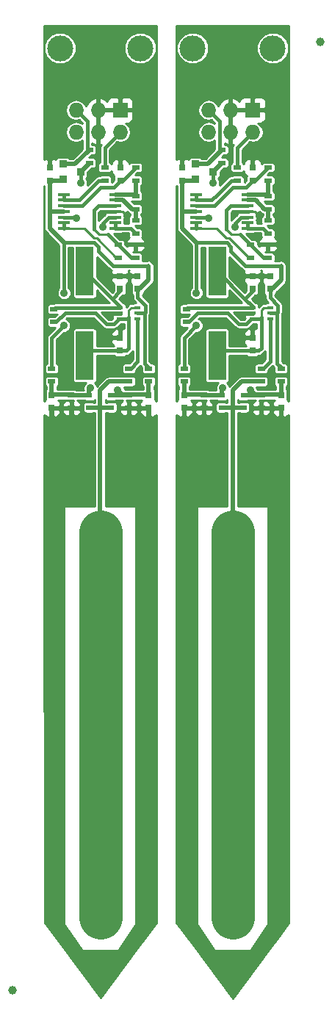
<source format=gbr>
G04 #@! TF.FileFunction,Copper,L1,Top,Signal*
%FSLAX46Y46*%
G04 Gerber Fmt 4.6, Leading zero omitted, Abs format (unit mm)*
G04 Created by KiCad (PCBNEW (2015-04-12 BZR 5595)-product) date Mon 20 Apr 2015 09:24:05 PM EEST*
%MOMM*%
G01*
G04 APERTURE LIST*
%ADD10C,0.100000*%
%ADD11C,1.000000*%
%ADD12R,0.900000X0.500000*%
%ADD13R,0.750000X0.800000*%
%ADD14R,0.700000X0.600000*%
%ADD15R,1.727200X1.727200*%
%ADD16O,1.727200X1.727200*%
%ADD17R,2.100580X5.600700*%
%ADD18R,0.660400X0.406400*%
%ADD19R,0.914400X0.914400*%
%ADD20C,2.999740*%
%ADD21R,1.450000X0.450000*%
%ADD22C,0.889000*%
%ADD23C,0.406400*%
%ADD24C,0.254000*%
%ADD25C,0.508000*%
%ADD26C,5.000000*%
G04 APERTURE END LIST*
D10*
D11*
X132016500Y-30480000D03*
X96520000Y-139763500D03*
D12*
X116583400Y-62781286D03*
X116583400Y-61281286D03*
X125219400Y-69639286D03*
X125219400Y-68139286D03*
X127505400Y-69639286D03*
X127505400Y-68139286D03*
X116329400Y-69639286D03*
X116329400Y-68139286D03*
X125219400Y-72687286D03*
X125219400Y-71187286D03*
X118615400Y-72687286D03*
X118615400Y-71187286D03*
X123977400Y-53860000D03*
X123977400Y-55360000D03*
X126009400Y-55360000D03*
X126009400Y-53860000D03*
D13*
X124203400Y-58971286D03*
X124203400Y-57471286D03*
X126235400Y-58971286D03*
X126235400Y-57471286D03*
X124203400Y-66083286D03*
X124203400Y-64583286D03*
X127505400Y-71187286D03*
X127505400Y-72687286D03*
X116329400Y-71187286D03*
X116329400Y-72687286D03*
D14*
X120647400Y-72637286D03*
X120647400Y-71237286D03*
X123187400Y-71237286D03*
X123187400Y-72637286D03*
D15*
X124231400Y-38354000D03*
D16*
X124231400Y-40894000D03*
X121691400Y-38354000D03*
X121691400Y-40894000D03*
X119151400Y-38354000D03*
X119151400Y-40894000D03*
D17*
X120139400Y-56928426D03*
X120139400Y-66626146D03*
D18*
X124203400Y-61116886D03*
X124203400Y-62437686D03*
X124203400Y-61777286D03*
X126235400Y-62437686D03*
X126235400Y-61116886D03*
X126235400Y-61777286D03*
D12*
X126009400Y-51066000D03*
X126009400Y-52566000D03*
X122453400Y-44970000D03*
X122453400Y-46470000D03*
X126009400Y-44970000D03*
X126009400Y-46470000D03*
X126009400Y-48272000D03*
X126009400Y-49772000D03*
D19*
X117627400Y-46355000D03*
X117627400Y-44577000D03*
X119659400Y-45466000D03*
D13*
X116103400Y-46470000D03*
X116103400Y-44970000D03*
X124231400Y-46470000D03*
X124231400Y-44970000D03*
D12*
X120675400Y-44438000D03*
X120675400Y-42938000D03*
D20*
X126537400Y-31218000D03*
X117297400Y-31218000D03*
D21*
X117725400Y-48088000D03*
X117725400Y-48738000D03*
X117725400Y-49388000D03*
X117725400Y-50038000D03*
X117725400Y-50688000D03*
X117725400Y-51338000D03*
X117725400Y-51988000D03*
X123625400Y-51988000D03*
X123625400Y-51338000D03*
X123625400Y-50688000D03*
X123625400Y-50038000D03*
X123625400Y-49388000D03*
X123625400Y-48738000D03*
X123625400Y-48088000D03*
X102460000Y-48088000D03*
X102460000Y-48738000D03*
X102460000Y-49388000D03*
X102460000Y-50038000D03*
X102460000Y-50688000D03*
X102460000Y-51338000D03*
X102460000Y-51988000D03*
X108360000Y-51988000D03*
X108360000Y-51338000D03*
X108360000Y-50688000D03*
X108360000Y-50038000D03*
X108360000Y-49388000D03*
X108360000Y-48738000D03*
X108360000Y-48088000D03*
D20*
X102032000Y-31218000D03*
X111272000Y-31218000D03*
D12*
X105410000Y-44438000D03*
X105410000Y-42938000D03*
D13*
X108966000Y-46470000D03*
X108966000Y-44970000D03*
X100838000Y-46470000D03*
X100838000Y-44970000D03*
D19*
X102362000Y-46355000D03*
X102362000Y-44577000D03*
X104394000Y-45466000D03*
D12*
X110744000Y-48272000D03*
X110744000Y-49772000D03*
X110744000Y-44970000D03*
X110744000Y-46470000D03*
X107188000Y-44970000D03*
X107188000Y-46470000D03*
X110744000Y-51066000D03*
X110744000Y-52566000D03*
D18*
X108938000Y-61116886D03*
X108938000Y-62437686D03*
X108938000Y-61777286D03*
X110970000Y-62437686D03*
X110970000Y-61116886D03*
X110970000Y-61777286D03*
D17*
X104874000Y-56928426D03*
X104874000Y-66626146D03*
D15*
X108966000Y-38354000D03*
D16*
X108966000Y-40894000D03*
X106426000Y-38354000D03*
X106426000Y-40894000D03*
X103886000Y-38354000D03*
X103886000Y-40894000D03*
D14*
X107922000Y-71237286D03*
X107922000Y-72637286D03*
X105382000Y-72637286D03*
X105382000Y-71237286D03*
D13*
X101064000Y-71187286D03*
X101064000Y-72687286D03*
X112240000Y-71187286D03*
X112240000Y-72687286D03*
X108938000Y-66083286D03*
X108938000Y-64583286D03*
X110970000Y-58971286D03*
X110970000Y-57471286D03*
X108938000Y-58971286D03*
X108938000Y-57471286D03*
D12*
X110744000Y-55360000D03*
X110744000Y-53860000D03*
X108712000Y-53860000D03*
X108712000Y-55360000D03*
X103350000Y-72687286D03*
X103350000Y-71187286D03*
X109954000Y-72687286D03*
X109954000Y-71187286D03*
X101064000Y-69639286D03*
X101064000Y-68139286D03*
X112240000Y-69639286D03*
X112240000Y-68139286D03*
X109954000Y-69639286D03*
X109954000Y-68139286D03*
X101318000Y-62781286D03*
X101318000Y-61281286D03*
D22*
X107795000Y-62158286D03*
X102842000Y-69905286D03*
X109982000Y-74168000D03*
X109728000Y-50546000D03*
X112014000Y-53848000D03*
X109982000Y-57538572D03*
X109982000Y-59944000D03*
X106934000Y-50291998D03*
X112240000Y-74223286D03*
X101064000Y-74223286D03*
X107160000Y-68127286D03*
X103350000Y-74223286D03*
X118615400Y-74223286D03*
X122425400Y-68127286D03*
X116329400Y-74223286D03*
X127505400Y-74223286D03*
X122199400Y-50291998D03*
X125247400Y-59944000D03*
X125247400Y-57538572D03*
X127279400Y-53848000D03*
X124993400Y-50546000D03*
X125247400Y-74168000D03*
X118107400Y-69905286D03*
X123060400Y-62158286D03*
X102461000Y-63195939D03*
X102489000Y-59435996D03*
X117754400Y-59435996D03*
X117726400Y-63195939D03*
X106934000Y-51816008D03*
X108684000Y-70667286D03*
X123949400Y-70667286D03*
X122199400Y-51816008D03*
X105509000Y-70413286D03*
X103886000Y-50800000D03*
X119151400Y-50800000D03*
X120774400Y-70413286D03*
X104394000Y-46736000D03*
X119659400Y-46736000D03*
D23*
X108938000Y-61116886D02*
X101470400Y-61116886D01*
X101470400Y-61116886D02*
X101318000Y-61269286D01*
X108938000Y-61116886D02*
X108938000Y-60992426D01*
X108938000Y-59237286D02*
X108060430Y-60114856D01*
X108938000Y-60992426D02*
X108060430Y-60114856D01*
X108938000Y-58983286D02*
X108938000Y-59237286D01*
X108060430Y-60114856D02*
X104874000Y-56928426D01*
X123325830Y-60114856D02*
X120139400Y-56928426D01*
X124203400Y-58983286D02*
X124203400Y-59237286D01*
X124203400Y-60992426D02*
X123325830Y-60114856D01*
X124203400Y-59237286D02*
X123325830Y-60114856D01*
X124203400Y-61116886D02*
X124203400Y-60992426D01*
X116735800Y-61116886D02*
X116583400Y-61269286D01*
X124203400Y-61116886D02*
X116735800Y-61116886D01*
X108938000Y-61777286D02*
X108176000Y-61777286D01*
X108176000Y-61777286D02*
X107795000Y-62158286D01*
D24*
X109954000Y-72687286D02*
X109954000Y-74140000D01*
X109954000Y-74140000D02*
X109982000Y-74168000D01*
X108360000Y-50038000D02*
X109220000Y-50038000D01*
X109220000Y-50038000D02*
X109728000Y-50546000D01*
D25*
X110744000Y-53860000D02*
X112002000Y-53860000D01*
X112002000Y-53860000D02*
X112014000Y-53848000D01*
X108938000Y-57471286D02*
X109914714Y-57471286D01*
X109914714Y-57471286D02*
X109982000Y-57538572D01*
D23*
X106426000Y-38354000D02*
X108966000Y-38354000D01*
X106426000Y-40894000D02*
X106426000Y-38354000D01*
X110049286Y-57471286D02*
X109982000Y-57538572D01*
X109982000Y-57538572D02*
X109982000Y-59944000D01*
X110970000Y-57471286D02*
X110049286Y-57471286D01*
X108360000Y-50038000D02*
X107187998Y-50038000D01*
X107187998Y-50038000D02*
X106934000Y-50291998D01*
D25*
X112240000Y-72699286D02*
X112240000Y-74223286D01*
X101064000Y-72699286D02*
X101064000Y-74223286D01*
X103350000Y-72699286D02*
X103350000Y-74223286D01*
X118615400Y-72699286D02*
X118615400Y-74223286D01*
X116329400Y-72699286D02*
X116329400Y-74223286D01*
X127505400Y-72699286D02*
X127505400Y-74223286D01*
D23*
X122453398Y-50038000D02*
X122199400Y-50291998D01*
X123625400Y-50038000D02*
X122453398Y-50038000D01*
X126235400Y-57471286D02*
X125314686Y-57471286D01*
X125247400Y-57538572D02*
X125247400Y-59944000D01*
X125314686Y-57471286D02*
X125247400Y-57538572D01*
X121691400Y-40894000D02*
X121691400Y-38354000D01*
X121691400Y-38354000D02*
X124231400Y-38354000D01*
D25*
X125180114Y-57471286D02*
X125247400Y-57538572D01*
X124203400Y-57471286D02*
X125180114Y-57471286D01*
X127267400Y-53860000D02*
X127279400Y-53848000D01*
X126009400Y-53860000D02*
X127267400Y-53860000D01*
D24*
X124485400Y-50038000D02*
X124993400Y-50546000D01*
X123625400Y-50038000D02*
X124485400Y-50038000D01*
X125219400Y-74140000D02*
X125247400Y-74168000D01*
X125219400Y-72687286D02*
X125219400Y-74140000D01*
D23*
X123441400Y-61777286D02*
X123060400Y-62158286D01*
X124203400Y-61777286D02*
X123441400Y-61777286D01*
X108938000Y-62437686D02*
X108811000Y-62437686D01*
X108811000Y-62437686D02*
X108214099Y-63034587D01*
D24*
X109801600Y-62437686D02*
X108938000Y-62437686D01*
D23*
X109954000Y-62285286D02*
X109954000Y-65814000D01*
X109954000Y-65814000D02*
X109672714Y-66095286D01*
X109672714Y-66095286D02*
X108950000Y-66095286D01*
X108950000Y-66095286D02*
X108938000Y-66083286D01*
X102613390Y-61751896D02*
X101572000Y-62793286D01*
X101572000Y-62793286D02*
X101318000Y-62793286D01*
X108214099Y-63034587D02*
X107374375Y-63034587D01*
X107374375Y-63034587D02*
X106091684Y-61751896D01*
X106091684Y-61751896D02*
X102613390Y-61751896D01*
X109192000Y-62437686D02*
X109801600Y-62437686D01*
X109801600Y-62437686D02*
X109954000Y-62285286D01*
D24*
X109954000Y-62285286D02*
X109801600Y-62437686D01*
X110233400Y-61116886D02*
X109954000Y-61396286D01*
X109954000Y-61396286D02*
X109954000Y-62285286D01*
X110970000Y-61116886D02*
X110233400Y-61116886D01*
D23*
X108938000Y-66095286D02*
X105404860Y-66095286D01*
D25*
X105404860Y-66349286D02*
X105128000Y-66626146D01*
D23*
X105404860Y-66095286D02*
X104874000Y-66626146D01*
X120670260Y-66095286D02*
X120139400Y-66626146D01*
D25*
X120670260Y-66349286D02*
X120393400Y-66626146D01*
D23*
X124203400Y-66095286D02*
X120670260Y-66095286D01*
D24*
X126235400Y-61116886D02*
X125498800Y-61116886D01*
X125219400Y-61396286D02*
X125219400Y-62285286D01*
X125498800Y-61116886D02*
X125219400Y-61396286D01*
X125219400Y-62285286D02*
X125067000Y-62437686D01*
D23*
X125067000Y-62437686D02*
X125219400Y-62285286D01*
X124457400Y-62437686D02*
X125067000Y-62437686D01*
X121357084Y-61751896D02*
X117878790Y-61751896D01*
X122639775Y-63034587D02*
X121357084Y-61751896D01*
X123479499Y-63034587D02*
X122639775Y-63034587D01*
X116837400Y-62793286D02*
X116583400Y-62793286D01*
X117878790Y-61751896D02*
X116837400Y-62793286D01*
X124215400Y-66095286D02*
X124203400Y-66083286D01*
X124938114Y-66095286D02*
X124215400Y-66095286D01*
X125219400Y-65814000D02*
X124938114Y-66095286D01*
X125219400Y-62285286D02*
X125219400Y-65814000D01*
D24*
X125067000Y-62437686D02*
X124203400Y-62437686D01*
D23*
X124076400Y-62437686D02*
X123479499Y-63034587D01*
X124203400Y-62437686D02*
X124076400Y-62437686D01*
D25*
X100838000Y-52026286D02*
X100838000Y-50031187D01*
X100838000Y-50031187D02*
X100838000Y-46470000D01*
X102460000Y-50038000D02*
X100844813Y-50038000D01*
X100844813Y-50038000D02*
X100838000Y-50031187D01*
D23*
X102461000Y-53649286D02*
X105973262Y-53649286D01*
D25*
X102461000Y-53649286D02*
X100838000Y-52026286D01*
X102461000Y-53649286D02*
X102417286Y-53649286D01*
D23*
X105973262Y-53649286D02*
X106421113Y-54097137D01*
X106421113Y-54097137D02*
X106421113Y-54605113D01*
X106421113Y-54605113D02*
X108108148Y-56292148D01*
X108108148Y-56292148D02*
X112240000Y-56292148D01*
D25*
X102350000Y-46470000D02*
X102362000Y-46482000D01*
X102362000Y-46482000D02*
X102362000Y-46355000D01*
D23*
X101064000Y-68139286D02*
X101064000Y-64592939D01*
X101064000Y-64592939D02*
X102461000Y-63195939D01*
D25*
X112240000Y-56292148D02*
X112240000Y-57967286D01*
X112240000Y-57967286D02*
X111224000Y-58983286D01*
X100838000Y-46470000D02*
X102350000Y-46470000D01*
X100838000Y-46482000D02*
X100838000Y-46470000D01*
X111224000Y-58983286D02*
X110970000Y-58983286D01*
D23*
X110970000Y-61777286D02*
X111706600Y-61777286D01*
X111706600Y-61777286D02*
X111859010Y-61624876D01*
X111859010Y-61624876D02*
X111859010Y-60853857D01*
X111859010Y-60853857D02*
X110970000Y-59964847D01*
X110970000Y-59964847D02*
X110970000Y-58983286D01*
X112240000Y-68044000D02*
X112240000Y-68127286D01*
X111760000Y-67564000D02*
X112240000Y-68044000D01*
X111706600Y-61863644D02*
X111760000Y-61917044D01*
X111760000Y-61917044D02*
X111760000Y-67564000D01*
X111706600Y-61777286D02*
X111706600Y-61863644D01*
X102461000Y-59407996D02*
X102489000Y-59435996D01*
X102461000Y-53649286D02*
X102461000Y-59407996D01*
X117726400Y-53649286D02*
X117726400Y-59407996D01*
X117726400Y-59407996D02*
X117754400Y-59435996D01*
X126972000Y-61777286D02*
X126972000Y-61863644D01*
X127025400Y-61917044D02*
X127025400Y-67564000D01*
X126972000Y-61863644D02*
X127025400Y-61917044D01*
X127025400Y-67564000D02*
X127505400Y-68044000D01*
X127505400Y-68044000D02*
X127505400Y-68127286D01*
X126235400Y-59964847D02*
X126235400Y-58983286D01*
X127124410Y-60853857D02*
X126235400Y-59964847D01*
X127124410Y-61624876D02*
X127124410Y-60853857D01*
X126972000Y-61777286D02*
X127124410Y-61624876D01*
X126235400Y-61777286D02*
X126972000Y-61777286D01*
D25*
X126489400Y-58983286D02*
X126235400Y-58983286D01*
X116103400Y-46482000D02*
X116103400Y-46470000D01*
X116103400Y-46470000D02*
X117615400Y-46470000D01*
X127505400Y-57967286D02*
X126489400Y-58983286D01*
X127505400Y-56292148D02*
X127505400Y-57967286D01*
D23*
X116329400Y-64592939D02*
X117726400Y-63195939D01*
X116329400Y-68139286D02*
X116329400Y-64592939D01*
D25*
X117627400Y-46482000D02*
X117627400Y-46355000D01*
X117615400Y-46470000D02*
X117627400Y-46482000D01*
D23*
X123373548Y-56292148D02*
X127505400Y-56292148D01*
X121686513Y-54605113D02*
X123373548Y-56292148D01*
X121686513Y-54097137D02*
X121686513Y-54605113D01*
X121238662Y-53649286D02*
X121686513Y-54097137D01*
D25*
X117726400Y-53649286D02*
X117682686Y-53649286D01*
X117726400Y-53649286D02*
X116103400Y-52026286D01*
D23*
X117726400Y-53649286D02*
X121238662Y-53649286D01*
D25*
X116110213Y-50038000D02*
X116103400Y-50031187D01*
X117725400Y-50038000D02*
X116110213Y-50038000D01*
X116103400Y-50031187D02*
X116103400Y-46470000D01*
X116103400Y-52026286D02*
X116103400Y-50031187D01*
X107922000Y-71237286D02*
X109638000Y-71237286D01*
X109638000Y-71237286D02*
X109700000Y-71175286D01*
X109700000Y-71175286D02*
X112228000Y-71175286D01*
X112228000Y-71175286D02*
X112240000Y-71187286D01*
D23*
X108360000Y-50688000D02*
X107629798Y-50688000D01*
X107629798Y-50688000D02*
X106934000Y-51383798D01*
X106934000Y-51383798D02*
X106934000Y-51816008D01*
D25*
X112240000Y-69651286D02*
X112240000Y-71175286D01*
X109192000Y-71175286D02*
X108684000Y-70667286D01*
X109954000Y-71175286D02*
X109192000Y-71175286D01*
X125219400Y-71175286D02*
X124457400Y-71175286D01*
X124457400Y-71175286D02*
X123949400Y-70667286D01*
X127505400Y-69651286D02*
X127505400Y-71175286D01*
D23*
X122199400Y-51383798D02*
X122199400Y-51816008D01*
X122895198Y-50688000D02*
X122199400Y-51383798D01*
X123625400Y-50688000D02*
X122895198Y-50688000D01*
D25*
X127493400Y-71175286D02*
X127505400Y-71187286D01*
X124965400Y-71175286D02*
X127493400Y-71175286D01*
X124903400Y-71237286D02*
X124965400Y-71175286D01*
X123187400Y-71237286D02*
X124903400Y-71237286D01*
X105382000Y-71237286D02*
X103666000Y-71237286D01*
X103666000Y-71237286D02*
X103604000Y-71175286D01*
X103604000Y-71175286D02*
X101076000Y-71175286D01*
X101076000Y-71175286D02*
X101064000Y-71187286D01*
X105382000Y-71237286D02*
X105382000Y-70540286D01*
X105382000Y-70540286D02*
X105509000Y-70413286D01*
D23*
X102460000Y-50688000D02*
X103774000Y-50688000D01*
X103774000Y-50688000D02*
X103886000Y-50800000D01*
D25*
X101064000Y-69651286D02*
X101064000Y-71175286D01*
X116329400Y-69651286D02*
X116329400Y-71175286D01*
D23*
X119039400Y-50688000D02*
X119151400Y-50800000D01*
X117725400Y-50688000D02*
X119039400Y-50688000D01*
D25*
X120647400Y-70540286D02*
X120774400Y-70413286D01*
X120647400Y-71237286D02*
X120647400Y-70540286D01*
X116341400Y-71175286D02*
X116329400Y-71187286D01*
X118869400Y-71175286D02*
X116341400Y-71175286D01*
X118931400Y-71237286D02*
X118869400Y-71175286D01*
X120647400Y-71237286D02*
X118931400Y-71237286D01*
D24*
X106652000Y-85145286D02*
X106652000Y-86967000D01*
X106652000Y-86967000D02*
X106680000Y-86995000D01*
D26*
X106680000Y-131445000D02*
X106680000Y-86995000D01*
D25*
X106652000Y-85145286D02*
X106652000Y-72656723D01*
X107668000Y-69651286D02*
X106652000Y-70667286D01*
X109700000Y-69651286D02*
X107668000Y-69651286D01*
X106671437Y-72637286D02*
X106652000Y-72656723D01*
X107922000Y-72637286D02*
X106671437Y-72637286D01*
X106652000Y-70667286D02*
X106652000Y-72656723D01*
X106632563Y-72637286D02*
X106652000Y-72656723D01*
X105382000Y-72637286D02*
X106632563Y-72637286D01*
X120647400Y-72637286D02*
X121897963Y-72637286D01*
X121897963Y-72637286D02*
X121917400Y-72656723D01*
X121917400Y-70667286D02*
X121917400Y-72656723D01*
X123187400Y-72637286D02*
X121936837Y-72637286D01*
X121936837Y-72637286D02*
X121917400Y-72656723D01*
X124965400Y-69651286D02*
X122933400Y-69651286D01*
X122933400Y-69651286D02*
X121917400Y-70667286D01*
X121917400Y-85145286D02*
X121917400Y-72656723D01*
D26*
X121945400Y-131445000D02*
X121945400Y-86995000D01*
D24*
X121917400Y-86967000D02*
X121945400Y-86995000D01*
X121917400Y-85145286D02*
X121917400Y-86967000D01*
D23*
X105410000Y-42938000D02*
X105156000Y-42684000D01*
X105156000Y-42684000D02*
X105156000Y-39624000D01*
X105156000Y-39624000D02*
X103886000Y-38354000D01*
D25*
X102362000Y-44577000D02*
X103771000Y-44577000D01*
X103771000Y-44577000D02*
X105410000Y-42938000D01*
X102362000Y-44577000D02*
X102489000Y-44577000D01*
X117627400Y-44577000D02*
X117754400Y-44577000D01*
X119036400Y-44577000D02*
X120675400Y-42938000D01*
X117627400Y-44577000D02*
X119036400Y-44577000D01*
D23*
X120421400Y-39624000D02*
X119151400Y-38354000D01*
X120421400Y-42684000D02*
X120421400Y-39624000D01*
X120675400Y-42938000D02*
X120421400Y-42684000D01*
D25*
X104394000Y-45466000D02*
X104394000Y-45454000D01*
X104394000Y-45454000D02*
X105410000Y-44438000D01*
D23*
X104394000Y-46736000D02*
X104394000Y-45466000D01*
X119659400Y-46736000D02*
X119659400Y-45466000D01*
D25*
X119659400Y-45454000D02*
X120675400Y-44438000D01*
X119659400Y-45466000D02*
X119659400Y-45454000D01*
D23*
X110970000Y-62437686D02*
X110970000Y-67338000D01*
X110970000Y-67338000D02*
X110168714Y-68139286D01*
X110168714Y-68139286D02*
X109954000Y-68139286D01*
X109700000Y-68127286D02*
X109954000Y-68127286D01*
X124965400Y-68127286D02*
X125219400Y-68127286D01*
X125434114Y-68139286D02*
X125219400Y-68139286D01*
X126235400Y-67338000D02*
X125434114Y-68139286D01*
X126235400Y-62437686D02*
X126235400Y-67338000D01*
D25*
X109279202Y-48738000D02*
X110313202Y-49772000D01*
X110313202Y-49772000D02*
X110744000Y-49772000D01*
X108360000Y-48738000D02*
X109279202Y-48738000D01*
X110744000Y-51066000D02*
X110744000Y-49772000D01*
X126009400Y-51066000D02*
X126009400Y-49772000D01*
X123625400Y-48738000D02*
X124544602Y-48738000D01*
X125578602Y-49772000D02*
X126009400Y-49772000D01*
X124544602Y-48738000D02*
X125578602Y-49772000D01*
D23*
X108360000Y-51988000D02*
X110166000Y-51988000D01*
X110166000Y-51988000D02*
X110744000Y-52566000D01*
X108360000Y-51988000D02*
X108360000Y-51344801D01*
X123625400Y-51988000D02*
X123625400Y-51344801D01*
X125431400Y-51988000D02*
X126009400Y-52566000D01*
X123625400Y-51988000D02*
X125431400Y-51988000D01*
X108712000Y-53848000D02*
X107562059Y-52698059D01*
X110744000Y-55360000D02*
X110224000Y-55360000D01*
X110224000Y-55360000D02*
X108712000Y-53848000D01*
X108712000Y-53848000D02*
X108712000Y-53860000D01*
D24*
X106546059Y-52698059D02*
X105918000Y-52070000D01*
D23*
X105918000Y-52070000D02*
X105918000Y-49911000D01*
D24*
X106546059Y-52698059D02*
X107562059Y-52698059D01*
D23*
X105918000Y-49911000D02*
X106441000Y-49388000D01*
X106441000Y-49388000D02*
X108360000Y-49388000D01*
X121706400Y-49388000D02*
X123625400Y-49388000D01*
X121183400Y-49911000D02*
X121706400Y-49388000D01*
D24*
X121811459Y-52698059D02*
X122827459Y-52698059D01*
D23*
X121183400Y-52070000D02*
X121183400Y-49911000D01*
D24*
X121811459Y-52698059D02*
X121183400Y-52070000D01*
D23*
X123977400Y-53848000D02*
X123977400Y-53860000D01*
X125489400Y-55360000D02*
X123977400Y-53848000D01*
X126009400Y-55360000D02*
X125489400Y-55360000D01*
X123977400Y-53848000D02*
X122827459Y-52698059D01*
D24*
X102460000Y-51988000D02*
X104820000Y-51988000D01*
X104820000Y-51988000D02*
X105950269Y-53118269D01*
X105950269Y-53118269D02*
X106270269Y-53118269D01*
X106270269Y-53118269D02*
X108512000Y-55360000D01*
X108512000Y-55360000D02*
X108712000Y-55360000D01*
D23*
X108446000Y-55360000D02*
X108712000Y-55360000D01*
X108458000Y-55372000D02*
X108700000Y-55372000D01*
X108700000Y-55372000D02*
X108712000Y-55360000D01*
X102460000Y-51338000D02*
X102460000Y-51988000D01*
X117725400Y-51338000D02*
X117725400Y-51988000D01*
X123965400Y-55372000D02*
X123977400Y-55360000D01*
X123723400Y-55372000D02*
X123965400Y-55372000D01*
X123711400Y-55360000D02*
X123977400Y-55360000D01*
D24*
X123777400Y-55360000D02*
X123977400Y-55360000D01*
X121535669Y-53118269D02*
X123777400Y-55360000D01*
X121215669Y-53118269D02*
X121535669Y-53118269D01*
X120085400Y-51988000D02*
X121215669Y-53118269D01*
X117725400Y-51988000D02*
X120085400Y-51988000D01*
D23*
X107188000Y-44970000D02*
X107188000Y-42672000D01*
X107188000Y-42672000D02*
X108966000Y-40894000D01*
X122453400Y-42672000D02*
X124231400Y-40894000D01*
X122453400Y-44970000D02*
X122453400Y-42672000D01*
X108217000Y-47244000D02*
X108966000Y-46495000D01*
X104573000Y-49388000D02*
X103266000Y-49388000D01*
X103266000Y-49388000D02*
X102460000Y-49388000D01*
X104573000Y-49388000D02*
X106717000Y-47244000D01*
X106717000Y-47244000D02*
X108217000Y-47244000D01*
X108966000Y-46495000D02*
X108966000Y-46470000D01*
X108966000Y-46470000D02*
X109244000Y-46470000D01*
X109244000Y-46470000D02*
X110744000Y-44970000D01*
X124509400Y-46470000D02*
X126009400Y-44970000D01*
X124231400Y-46470000D02*
X124509400Y-46470000D01*
X124231400Y-46495000D02*
X124231400Y-46470000D01*
X121982400Y-47244000D02*
X123482400Y-47244000D01*
X119838400Y-49388000D02*
X121982400Y-47244000D01*
X118531400Y-49388000D02*
X117725400Y-49388000D01*
X119838400Y-49388000D02*
X118531400Y-49388000D01*
X123482400Y-47244000D02*
X124231400Y-46495000D01*
D25*
X110560000Y-48088000D02*
X110744000Y-48272000D01*
X108360000Y-48088000D02*
X110560000Y-48088000D01*
X110744000Y-48272000D02*
X110744000Y-46470000D01*
X126009400Y-48272000D02*
X126009400Y-46470000D01*
X123625400Y-48088000D02*
X125825400Y-48088000D01*
X125825400Y-48088000D02*
X126009400Y-48272000D01*
D23*
X106480000Y-46470000D02*
X107188000Y-46470000D01*
X104862000Y-48088000D02*
X104212000Y-48738000D01*
X104212000Y-48738000D02*
X102460000Y-48738000D01*
X104862000Y-48088000D02*
X106480000Y-46470000D01*
X106480000Y-46470000D02*
X106680000Y-46470000D01*
X102460000Y-48738000D02*
X102460000Y-48088000D01*
X117725400Y-48738000D02*
X117725400Y-48088000D01*
X121745400Y-46470000D02*
X121945400Y-46470000D01*
X120127400Y-48088000D02*
X121745400Y-46470000D01*
X119477400Y-48738000D02*
X117725400Y-48738000D01*
X120127400Y-48088000D02*
X119477400Y-48738000D01*
X121745400Y-46470000D02*
X122453400Y-46470000D01*
D24*
G36*
X108507000Y-50100433D02*
X107635000Y-50100433D01*
X107499411Y-50126741D01*
X107463242Y-50150500D01*
X107158750Y-50150500D01*
X107000000Y-50309250D01*
X107000000Y-50389310D01*
X107040485Y-50487050D01*
X106538869Y-50988667D01*
X106476800Y-51081559D01*
X106476800Y-50142462D01*
X106672462Y-49946800D01*
X107494118Y-49946800D01*
X107495201Y-49947531D01*
X107635000Y-49975567D01*
X108507000Y-49975567D01*
X108507000Y-50100433D01*
X108507000Y-50100433D01*
G37*
X108507000Y-50100433D02*
X107635000Y-50100433D01*
X107499411Y-50126741D01*
X107463242Y-50150500D01*
X107158750Y-50150500D01*
X107000000Y-50309250D01*
X107000000Y-50389310D01*
X107040485Y-50487050D01*
X106538869Y-50988667D01*
X106476800Y-51081559D01*
X106476800Y-50142462D01*
X106672462Y-49946800D01*
X107494118Y-49946800D01*
X107495201Y-49947531D01*
X107635000Y-49975567D01*
X108507000Y-49975567D01*
X108507000Y-50100433D01*
G36*
X109085000Y-61871919D02*
X108607800Y-61871919D01*
X108571892Y-61878886D01*
X108131550Y-61878886D01*
X107972800Y-62037636D01*
X107972800Y-62106795D01*
X108069473Y-62340184D01*
X108093856Y-62364567D01*
X107982636Y-62475787D01*
X107605837Y-62475787D01*
X106805735Y-61675686D01*
X108131550Y-61675686D01*
X108573059Y-61675686D01*
X108607800Y-61682653D01*
X109085000Y-61682653D01*
X109085000Y-61871919D01*
X109085000Y-61871919D01*
G37*
X109085000Y-61871919D02*
X108607800Y-61871919D01*
X108571892Y-61878886D01*
X108131550Y-61878886D01*
X107972800Y-62037636D01*
X107972800Y-62106795D01*
X108069473Y-62340184D01*
X108093856Y-62364567D01*
X107982636Y-62475787D01*
X107605837Y-62475787D01*
X106805735Y-61675686D01*
X108131550Y-61675686D01*
X108573059Y-61675686D01*
X108607800Y-61682653D01*
X109085000Y-61682653D01*
X109085000Y-61871919D01*
G36*
X109395200Y-63548286D02*
X109223750Y-63548286D01*
X109065000Y-63707036D01*
X109065000Y-64456286D01*
X109085000Y-64456286D01*
X109085000Y-64710286D01*
X109065000Y-64710286D01*
X109065000Y-64730286D01*
X108811000Y-64730286D01*
X108811000Y-64710286D01*
X108811000Y-64456286D01*
X108811000Y-63707036D01*
X108652250Y-63548286D01*
X108436690Y-63548286D01*
X108203301Y-63644959D01*
X108024673Y-63823588D01*
X107928000Y-64056977D01*
X107928000Y-64297536D01*
X108086750Y-64456286D01*
X108811000Y-64456286D01*
X108811000Y-64710286D01*
X108086750Y-64710286D01*
X107928000Y-64869036D01*
X107928000Y-65109595D01*
X108024673Y-65342984D01*
X108203301Y-65521613D01*
X108234508Y-65534539D01*
X108233194Y-65536486D01*
X106286857Y-65536486D01*
X106286857Y-63825796D01*
X106260549Y-63690207D01*
X106182267Y-63571037D01*
X106064089Y-63491265D01*
X105924290Y-63463229D01*
X103823710Y-63463229D01*
X103688121Y-63489537D01*
X103568951Y-63567819D01*
X103489179Y-63685997D01*
X103461143Y-63825796D01*
X103461143Y-69426496D01*
X103487451Y-69562085D01*
X103565733Y-69681255D01*
X103683911Y-69761027D01*
X103823710Y-69789063D01*
X105001812Y-69789063D01*
X104831104Y-69959474D01*
X104709039Y-70253438D01*
X104708761Y-70571738D01*
X104731878Y-70627686D01*
X103976732Y-70627686D01*
X103939799Y-70602755D01*
X103800000Y-70574719D01*
X103649412Y-70574719D01*
X103604000Y-70565686D01*
X101718758Y-70565686D01*
X101696977Y-70532527D01*
X101673600Y-70516747D01*
X101673600Y-70209772D01*
X101768759Y-70147263D01*
X101848531Y-70029085D01*
X101876567Y-69889286D01*
X101876567Y-69389286D01*
X101850259Y-69253697D01*
X101771977Y-69134527D01*
X101653799Y-69054755D01*
X101514000Y-69026719D01*
X100614000Y-69026719D01*
X100478411Y-69053027D01*
X100359241Y-69131309D01*
X100279469Y-69249487D01*
X100251433Y-69389286D01*
X100251433Y-69889286D01*
X100277741Y-70024875D01*
X100356023Y-70144045D01*
X100454400Y-70210451D01*
X100454400Y-70516066D01*
X100434241Y-70529309D01*
X100354469Y-70647487D01*
X100326433Y-70787286D01*
X100326433Y-71587286D01*
X100352741Y-71722875D01*
X100361196Y-71735747D01*
X100329301Y-71748959D01*
X100175000Y-71903260D01*
X100175000Y-47079054D01*
X100205023Y-47124759D01*
X100228400Y-47140538D01*
X100228400Y-50031187D01*
X100228400Y-52026286D01*
X100274803Y-52259570D01*
X100406948Y-52457338D01*
X101898208Y-53948599D01*
X101902200Y-53954572D01*
X101902200Y-58891246D01*
X101811104Y-58982184D01*
X101689039Y-59276148D01*
X101688761Y-59594448D01*
X101810313Y-59888624D01*
X102035188Y-60113892D01*
X102329152Y-60235957D01*
X102647452Y-60236235D01*
X102941628Y-60114683D01*
X103166896Y-59889808D01*
X103288961Y-59595844D01*
X103289239Y-59277544D01*
X103167687Y-58983368D01*
X103019800Y-58835222D01*
X103019800Y-54208086D01*
X103461143Y-54208086D01*
X103461143Y-59728776D01*
X103487451Y-59864365D01*
X103565733Y-59983535D01*
X103683911Y-60063307D01*
X103823710Y-60091343D01*
X105924290Y-60091343D01*
X106059879Y-60065035D01*
X106179049Y-59986753D01*
X106258821Y-59868575D01*
X106286857Y-59728776D01*
X106286857Y-59131545D01*
X107665299Y-60509988D01*
X107665302Y-60509990D01*
X107713397Y-60558086D01*
X101470400Y-60558086D01*
X101256556Y-60600622D01*
X101154642Y-60668719D01*
X100868000Y-60668719D01*
X100732411Y-60695027D01*
X100613241Y-60773309D01*
X100533469Y-60891487D01*
X100505433Y-61031286D01*
X100505433Y-61531286D01*
X100531741Y-61666875D01*
X100610023Y-61786045D01*
X100728201Y-61865817D01*
X100868000Y-61893853D01*
X101681171Y-61893853D01*
X101406305Y-62168719D01*
X100868000Y-62168719D01*
X100732411Y-62195027D01*
X100613241Y-62273309D01*
X100533469Y-62391487D01*
X100505433Y-62531286D01*
X100505433Y-63031286D01*
X100531741Y-63166875D01*
X100610023Y-63286045D01*
X100728201Y-63365817D01*
X100868000Y-63393853D01*
X101472823Y-63393853D01*
X100668869Y-64197808D01*
X100547736Y-64379095D01*
X100505200Y-64592939D01*
X100505200Y-67547829D01*
X100478411Y-67553027D01*
X100359241Y-67631309D01*
X100279469Y-67749487D01*
X100251433Y-67889286D01*
X100251433Y-68389286D01*
X100277741Y-68524875D01*
X100356023Y-68644045D01*
X100474201Y-68723817D01*
X100614000Y-68751853D01*
X101514000Y-68751853D01*
X101649589Y-68725545D01*
X101768759Y-68647263D01*
X101848531Y-68529085D01*
X101876567Y-68389286D01*
X101876567Y-67889286D01*
X101850259Y-67753697D01*
X101771977Y-67634527D01*
X101653799Y-67554755D01*
X101622800Y-67548538D01*
X101622800Y-64824401D01*
X102451170Y-63996031D01*
X102619452Y-63996178D01*
X102913628Y-63874626D01*
X103138896Y-63649751D01*
X103260961Y-63355787D01*
X103261239Y-63037487D01*
X103139687Y-62743311D01*
X102914812Y-62518043D01*
X102718868Y-62436679D01*
X102844851Y-62310696D01*
X105860222Y-62310696D01*
X106979244Y-63429718D01*
X107160531Y-63550851D01*
X107160532Y-63550851D01*
X107374375Y-63593387D01*
X108214099Y-63593387D01*
X108427942Y-63550851D01*
X108427943Y-63550851D01*
X108609230Y-63429718D01*
X109035495Y-63003453D01*
X109268200Y-63003453D01*
X109304107Y-62996486D01*
X109395200Y-62996486D01*
X109395200Y-63548286D01*
X109395200Y-63548286D01*
G37*
X109395200Y-63548286D02*
X109223750Y-63548286D01*
X109065000Y-63707036D01*
X109065000Y-64456286D01*
X109085000Y-64456286D01*
X109085000Y-64710286D01*
X109065000Y-64710286D01*
X109065000Y-64730286D01*
X108811000Y-64730286D01*
X108811000Y-64710286D01*
X108811000Y-64456286D01*
X108811000Y-63707036D01*
X108652250Y-63548286D01*
X108436690Y-63548286D01*
X108203301Y-63644959D01*
X108024673Y-63823588D01*
X107928000Y-64056977D01*
X107928000Y-64297536D01*
X108086750Y-64456286D01*
X108811000Y-64456286D01*
X108811000Y-64710286D01*
X108086750Y-64710286D01*
X107928000Y-64869036D01*
X107928000Y-65109595D01*
X108024673Y-65342984D01*
X108203301Y-65521613D01*
X108234508Y-65534539D01*
X108233194Y-65536486D01*
X106286857Y-65536486D01*
X106286857Y-63825796D01*
X106260549Y-63690207D01*
X106182267Y-63571037D01*
X106064089Y-63491265D01*
X105924290Y-63463229D01*
X103823710Y-63463229D01*
X103688121Y-63489537D01*
X103568951Y-63567819D01*
X103489179Y-63685997D01*
X103461143Y-63825796D01*
X103461143Y-69426496D01*
X103487451Y-69562085D01*
X103565733Y-69681255D01*
X103683911Y-69761027D01*
X103823710Y-69789063D01*
X105001812Y-69789063D01*
X104831104Y-69959474D01*
X104709039Y-70253438D01*
X104708761Y-70571738D01*
X104731878Y-70627686D01*
X103976732Y-70627686D01*
X103939799Y-70602755D01*
X103800000Y-70574719D01*
X103649412Y-70574719D01*
X103604000Y-70565686D01*
X101718758Y-70565686D01*
X101696977Y-70532527D01*
X101673600Y-70516747D01*
X101673600Y-70209772D01*
X101768759Y-70147263D01*
X101848531Y-70029085D01*
X101876567Y-69889286D01*
X101876567Y-69389286D01*
X101850259Y-69253697D01*
X101771977Y-69134527D01*
X101653799Y-69054755D01*
X101514000Y-69026719D01*
X100614000Y-69026719D01*
X100478411Y-69053027D01*
X100359241Y-69131309D01*
X100279469Y-69249487D01*
X100251433Y-69389286D01*
X100251433Y-69889286D01*
X100277741Y-70024875D01*
X100356023Y-70144045D01*
X100454400Y-70210451D01*
X100454400Y-70516066D01*
X100434241Y-70529309D01*
X100354469Y-70647487D01*
X100326433Y-70787286D01*
X100326433Y-71587286D01*
X100352741Y-71722875D01*
X100361196Y-71735747D01*
X100329301Y-71748959D01*
X100175000Y-71903260D01*
X100175000Y-47079054D01*
X100205023Y-47124759D01*
X100228400Y-47140538D01*
X100228400Y-50031187D01*
X100228400Y-52026286D01*
X100274803Y-52259570D01*
X100406948Y-52457338D01*
X101898208Y-53948599D01*
X101902200Y-53954572D01*
X101902200Y-58891246D01*
X101811104Y-58982184D01*
X101689039Y-59276148D01*
X101688761Y-59594448D01*
X101810313Y-59888624D01*
X102035188Y-60113892D01*
X102329152Y-60235957D01*
X102647452Y-60236235D01*
X102941628Y-60114683D01*
X103166896Y-59889808D01*
X103288961Y-59595844D01*
X103289239Y-59277544D01*
X103167687Y-58983368D01*
X103019800Y-58835222D01*
X103019800Y-54208086D01*
X103461143Y-54208086D01*
X103461143Y-59728776D01*
X103487451Y-59864365D01*
X103565733Y-59983535D01*
X103683911Y-60063307D01*
X103823710Y-60091343D01*
X105924290Y-60091343D01*
X106059879Y-60065035D01*
X106179049Y-59986753D01*
X106258821Y-59868575D01*
X106286857Y-59728776D01*
X106286857Y-59131545D01*
X107665299Y-60509988D01*
X107665302Y-60509990D01*
X107713397Y-60558086D01*
X101470400Y-60558086D01*
X101256556Y-60600622D01*
X101154642Y-60668719D01*
X100868000Y-60668719D01*
X100732411Y-60695027D01*
X100613241Y-60773309D01*
X100533469Y-60891487D01*
X100505433Y-61031286D01*
X100505433Y-61531286D01*
X100531741Y-61666875D01*
X100610023Y-61786045D01*
X100728201Y-61865817D01*
X100868000Y-61893853D01*
X101681171Y-61893853D01*
X101406305Y-62168719D01*
X100868000Y-62168719D01*
X100732411Y-62195027D01*
X100613241Y-62273309D01*
X100533469Y-62391487D01*
X100505433Y-62531286D01*
X100505433Y-63031286D01*
X100531741Y-63166875D01*
X100610023Y-63286045D01*
X100728201Y-63365817D01*
X100868000Y-63393853D01*
X101472823Y-63393853D01*
X100668869Y-64197808D01*
X100547736Y-64379095D01*
X100505200Y-64592939D01*
X100505200Y-67547829D01*
X100478411Y-67553027D01*
X100359241Y-67631309D01*
X100279469Y-67749487D01*
X100251433Y-67889286D01*
X100251433Y-68389286D01*
X100277741Y-68524875D01*
X100356023Y-68644045D01*
X100474201Y-68723817D01*
X100614000Y-68751853D01*
X101514000Y-68751853D01*
X101649589Y-68725545D01*
X101768759Y-68647263D01*
X101848531Y-68529085D01*
X101876567Y-68389286D01*
X101876567Y-67889286D01*
X101850259Y-67753697D01*
X101771977Y-67634527D01*
X101653799Y-67554755D01*
X101622800Y-67548538D01*
X101622800Y-64824401D01*
X102451170Y-63996031D01*
X102619452Y-63996178D01*
X102913628Y-63874626D01*
X103138896Y-63649751D01*
X103260961Y-63355787D01*
X103261239Y-63037487D01*
X103139687Y-62743311D01*
X102914812Y-62518043D01*
X102718868Y-62436679D01*
X102844851Y-62310696D01*
X105860222Y-62310696D01*
X106979244Y-63429718D01*
X107160531Y-63550851D01*
X107160532Y-63550851D01*
X107374375Y-63593387D01*
X108214099Y-63593387D01*
X108427942Y-63550851D01*
X108427943Y-63550851D01*
X108609230Y-63429718D01*
X109035495Y-63003453D01*
X109268200Y-63003453D01*
X109304107Y-62996486D01*
X109395200Y-62996486D01*
X109395200Y-63548286D01*
G36*
X110134400Y-50495513D02*
X110039241Y-50558023D01*
X109959469Y-50676201D01*
X109931433Y-50816000D01*
X109931433Y-51316000D01*
X109953396Y-51429200D01*
X109447567Y-51429200D01*
X109447567Y-51113000D01*
X109427843Y-51011348D01*
X109447567Y-50913000D01*
X109447567Y-50798458D01*
X109623327Y-50622699D01*
X109720000Y-50389310D01*
X109720000Y-50309250D01*
X109575752Y-50165002D01*
X109720000Y-50165002D01*
X109720000Y-50040902D01*
X109882150Y-50203052D01*
X110079918Y-50335197D01*
X110134400Y-50346034D01*
X110134400Y-50495513D01*
X110134400Y-50495513D01*
G37*
X110134400Y-50495513D02*
X110039241Y-50558023D01*
X109959469Y-50676201D01*
X109931433Y-50816000D01*
X109931433Y-51316000D01*
X109953396Y-51429200D01*
X109447567Y-51429200D01*
X109447567Y-51113000D01*
X109427843Y-51011348D01*
X109447567Y-50913000D01*
X109447567Y-50798458D01*
X109623327Y-50622699D01*
X109720000Y-50389310D01*
X109720000Y-50309250D01*
X109575752Y-50165002D01*
X109720000Y-50165002D01*
X109720000Y-50040902D01*
X109882150Y-50203052D01*
X110079918Y-50335197D01*
X110134400Y-50346034D01*
X110134400Y-50495513D01*
G36*
X111117000Y-57598286D02*
X111097000Y-57598286D01*
X111097000Y-57618286D01*
X110843000Y-57618286D01*
X110843000Y-57598286D01*
X110118750Y-57598286D01*
X109960000Y-57757036D01*
X109960000Y-57997595D01*
X110056673Y-58230984D01*
X110235301Y-58409613D01*
X110266508Y-58422539D01*
X110260469Y-58431487D01*
X110232433Y-58571286D01*
X110232433Y-59371286D01*
X110258741Y-59506875D01*
X110337023Y-59626045D01*
X110411200Y-59676115D01*
X110411200Y-59964847D01*
X110453736Y-60178691D01*
X110574869Y-60359978D01*
X110766010Y-60551119D01*
X110639800Y-60551119D01*
X110504211Y-60577427D01*
X110417653Y-60634286D01*
X110233400Y-60634286D01*
X110048717Y-60671022D01*
X109892150Y-60775636D01*
X109630767Y-61037019D01*
X109630767Y-60913686D01*
X109604459Y-60778097D01*
X109526177Y-60658927D01*
X109407999Y-60579155D01*
X109291660Y-60555823D01*
X108850692Y-60114855D01*
X109231695Y-59733853D01*
X109313000Y-59733853D01*
X109448589Y-59707545D01*
X109567759Y-59629263D01*
X109647531Y-59511085D01*
X109675567Y-59371286D01*
X109675567Y-58571286D01*
X109649259Y-58435697D01*
X109640803Y-58422824D01*
X109672699Y-58409613D01*
X109851327Y-58230984D01*
X109948000Y-57997595D01*
X109948000Y-57757036D01*
X109789250Y-57598286D01*
X109065000Y-57598286D01*
X109065000Y-57618286D01*
X108811000Y-57618286D01*
X108811000Y-57598286D01*
X108086750Y-57598286D01*
X107928000Y-57757036D01*
X107928000Y-57997595D01*
X108024673Y-58230984D01*
X108203301Y-58409613D01*
X108234508Y-58422539D01*
X108228469Y-58431487D01*
X108200433Y-58571286D01*
X108200433Y-59184590D01*
X108060430Y-59324593D01*
X106286857Y-57551020D01*
X106286857Y-55261119D01*
X107713017Y-56687279D01*
X107894304Y-56808412D01*
X107894305Y-56808412D01*
X107977696Y-56824999D01*
X107928000Y-56944977D01*
X107928000Y-57185536D01*
X108086750Y-57344286D01*
X108811000Y-57344286D01*
X108811000Y-57324286D01*
X109065000Y-57324286D01*
X109065000Y-57344286D01*
X109789250Y-57344286D01*
X109948000Y-57185536D01*
X109948000Y-56944977D01*
X109909051Y-56850948D01*
X109998948Y-56850948D01*
X109960000Y-56944977D01*
X109960000Y-57185536D01*
X110118750Y-57344286D01*
X110843000Y-57344286D01*
X110843000Y-57324286D01*
X111097000Y-57324286D01*
X111097000Y-57344286D01*
X111117000Y-57344286D01*
X111117000Y-57598286D01*
X111117000Y-57598286D01*
G37*
X111117000Y-57598286D02*
X111097000Y-57598286D01*
X111097000Y-57618286D01*
X110843000Y-57618286D01*
X110843000Y-57598286D01*
X110118750Y-57598286D01*
X109960000Y-57757036D01*
X109960000Y-57997595D01*
X110056673Y-58230984D01*
X110235301Y-58409613D01*
X110266508Y-58422539D01*
X110260469Y-58431487D01*
X110232433Y-58571286D01*
X110232433Y-59371286D01*
X110258741Y-59506875D01*
X110337023Y-59626045D01*
X110411200Y-59676115D01*
X110411200Y-59964847D01*
X110453736Y-60178691D01*
X110574869Y-60359978D01*
X110766010Y-60551119D01*
X110639800Y-60551119D01*
X110504211Y-60577427D01*
X110417653Y-60634286D01*
X110233400Y-60634286D01*
X110048717Y-60671022D01*
X109892150Y-60775636D01*
X109630767Y-61037019D01*
X109630767Y-60913686D01*
X109604459Y-60778097D01*
X109526177Y-60658927D01*
X109407999Y-60579155D01*
X109291660Y-60555823D01*
X108850692Y-60114855D01*
X109231695Y-59733853D01*
X109313000Y-59733853D01*
X109448589Y-59707545D01*
X109567759Y-59629263D01*
X109647531Y-59511085D01*
X109675567Y-59371286D01*
X109675567Y-58571286D01*
X109649259Y-58435697D01*
X109640803Y-58422824D01*
X109672699Y-58409613D01*
X109851327Y-58230984D01*
X109948000Y-57997595D01*
X109948000Y-57757036D01*
X109789250Y-57598286D01*
X109065000Y-57598286D01*
X109065000Y-57618286D01*
X108811000Y-57618286D01*
X108811000Y-57598286D01*
X108086750Y-57598286D01*
X107928000Y-57757036D01*
X107928000Y-57997595D01*
X108024673Y-58230984D01*
X108203301Y-58409613D01*
X108234508Y-58422539D01*
X108228469Y-58431487D01*
X108200433Y-58571286D01*
X108200433Y-59184590D01*
X108060430Y-59324593D01*
X106286857Y-57551020D01*
X106286857Y-55261119D01*
X107713017Y-56687279D01*
X107894304Y-56808412D01*
X107894305Y-56808412D01*
X107977696Y-56824999D01*
X107928000Y-56944977D01*
X107928000Y-57185536D01*
X108086750Y-57344286D01*
X108811000Y-57344286D01*
X108811000Y-57324286D01*
X109065000Y-57324286D01*
X109065000Y-57344286D01*
X109789250Y-57344286D01*
X109948000Y-57185536D01*
X109948000Y-56944977D01*
X109909051Y-56850948D01*
X109998948Y-56850948D01*
X109960000Y-56944977D01*
X109960000Y-57185536D01*
X110118750Y-57344286D01*
X110843000Y-57344286D01*
X110843000Y-57324286D01*
X111097000Y-57324286D01*
X111097000Y-57344286D01*
X111117000Y-57344286D01*
X111117000Y-57598286D01*
G36*
X113129000Y-71903260D02*
X113127792Y-71902052D01*
X113127792Y-30850543D01*
X112845908Y-30168334D01*
X112324412Y-29645926D01*
X111642695Y-29362853D01*
X110904543Y-29362208D01*
X110222334Y-29644092D01*
X109699926Y-30165588D01*
X109416853Y-30847305D01*
X109416208Y-31585457D01*
X109698092Y-32267666D01*
X110219588Y-32790074D01*
X110901305Y-33073147D01*
X111639457Y-33073792D01*
X112321666Y-32791908D01*
X112844074Y-32270412D01*
X113127147Y-31588695D01*
X113127792Y-30850543D01*
X113127792Y-71902052D01*
X112974699Y-71748959D01*
X112943491Y-71736032D01*
X112949531Y-71727085D01*
X112977567Y-71587286D01*
X112977567Y-70787286D01*
X112951259Y-70651697D01*
X112872977Y-70532527D01*
X112849600Y-70516747D01*
X112849600Y-70209772D01*
X112944759Y-70147263D01*
X113024531Y-70029085D01*
X113052567Y-69889286D01*
X113052567Y-69389286D01*
X113026259Y-69253697D01*
X112947977Y-69134527D01*
X112829799Y-69054755D01*
X112690000Y-69026719D01*
X111790000Y-69026719D01*
X111654411Y-69053027D01*
X111535241Y-69131309D01*
X111455469Y-69249487D01*
X111427433Y-69389286D01*
X111427433Y-69889286D01*
X111453741Y-70024875D01*
X111532023Y-70144045D01*
X111630400Y-70210451D01*
X111630400Y-70516066D01*
X111610241Y-70529309D01*
X111585685Y-70565686D01*
X109954000Y-70565686D01*
X109700000Y-70565686D01*
X109484189Y-70565686D01*
X109484239Y-70508834D01*
X109381788Y-70260886D01*
X109700000Y-70260886D01*
X109745412Y-70251853D01*
X110404000Y-70251853D01*
X110539589Y-70225545D01*
X110658759Y-70147263D01*
X110738531Y-70029085D01*
X110766567Y-69889286D01*
X110766567Y-69389286D01*
X110740259Y-69253697D01*
X110661977Y-69134527D01*
X110543799Y-69054755D01*
X110404000Y-69026719D01*
X109504000Y-69026719D01*
X109426861Y-69041686D01*
X107668000Y-69041686D01*
X107434716Y-69088089D01*
X107236948Y-69220234D01*
X106277985Y-70179196D01*
X106187687Y-69960658D01*
X106001446Y-69774092D01*
X106059879Y-69762755D01*
X106179049Y-69684473D01*
X106258821Y-69566295D01*
X106286857Y-69426496D01*
X106286857Y-66654086D01*
X108249870Y-66654086D01*
X108305023Y-66738045D01*
X108423201Y-66817817D01*
X108563000Y-66845853D01*
X109313000Y-66845853D01*
X109448589Y-66819545D01*
X109567759Y-66741263D01*
X109626604Y-66654086D01*
X109672714Y-66654086D01*
X109886557Y-66611550D01*
X109886558Y-66611550D01*
X110067845Y-66490417D01*
X110349131Y-66209132D01*
X110349131Y-66209131D01*
X110411200Y-66116239D01*
X110411200Y-67106537D01*
X109991018Y-67526719D01*
X109504000Y-67526719D01*
X109368411Y-67553027D01*
X109249241Y-67631309D01*
X109169469Y-67749487D01*
X109141433Y-67889286D01*
X109141433Y-68126114D01*
X109141200Y-68127286D01*
X109141433Y-68128457D01*
X109141433Y-68389286D01*
X109167741Y-68524875D01*
X109246023Y-68644045D01*
X109364201Y-68723817D01*
X109504000Y-68751853D01*
X110404000Y-68751853D01*
X110539589Y-68725545D01*
X110658759Y-68647263D01*
X110738531Y-68529085D01*
X110766567Y-68389286D01*
X110766567Y-68331695D01*
X111274450Y-67823811D01*
X111274451Y-67823811D01*
X111364869Y-67959131D01*
X111427433Y-68021695D01*
X111427433Y-68389286D01*
X111453741Y-68524875D01*
X111532023Y-68644045D01*
X111650201Y-68723817D01*
X111790000Y-68751853D01*
X112690000Y-68751853D01*
X112825589Y-68725545D01*
X112944759Y-68647263D01*
X113024531Y-68529085D01*
X113052567Y-68389286D01*
X113052567Y-67889286D01*
X113026259Y-67753697D01*
X112947977Y-67634527D01*
X112829799Y-67554755D01*
X112690000Y-67526719D01*
X112512981Y-67526719D01*
X112318800Y-67332537D01*
X112318800Y-61923238D01*
X112375274Y-61838720D01*
X112375274Y-61838719D01*
X112417809Y-61624876D01*
X112417810Y-61624876D01*
X112417810Y-60853857D01*
X112375274Y-60640014D01*
X112375274Y-60640013D01*
X112254141Y-60458726D01*
X111528800Y-59733385D01*
X111528800Y-59675875D01*
X111599759Y-59629263D01*
X111679531Y-59511085D01*
X111707567Y-59371286D01*
X111707567Y-59361823D01*
X112671052Y-58398338D01*
X112803197Y-58200570D01*
X112849600Y-57967286D01*
X112849600Y-56292148D01*
X112803197Y-56058864D01*
X112671052Y-55861096D01*
X112473284Y-55728951D01*
X112240000Y-55682548D01*
X112006716Y-55728951D01*
X112000135Y-55733348D01*
X111829000Y-55733348D01*
X111829000Y-54236309D01*
X111829000Y-54143750D01*
X111670250Y-53985000D01*
X110871000Y-53985000D01*
X110871000Y-54586250D01*
X111029750Y-54745000D01*
X111067691Y-54745000D01*
X111320310Y-54745000D01*
X111553699Y-54648327D01*
X111732327Y-54469698D01*
X111829000Y-54236309D01*
X111829000Y-55733348D01*
X111531830Y-55733348D01*
X111556567Y-55610000D01*
X111556567Y-55110000D01*
X111530259Y-54974411D01*
X111451977Y-54855241D01*
X111333799Y-54775469D01*
X111194000Y-54747433D01*
X110401695Y-54747433D01*
X110399262Y-54745000D01*
X110420309Y-54745000D01*
X110458250Y-54745000D01*
X110617000Y-54586250D01*
X110617000Y-53985000D01*
X109817750Y-53985000D01*
X109728506Y-54074244D01*
X109524567Y-53870305D01*
X109524567Y-53610000D01*
X109498259Y-53474411D01*
X109419977Y-53355241D01*
X109301799Y-53275469D01*
X109162000Y-53247433D01*
X108901695Y-53247433D01*
X108229829Y-52575567D01*
X109085000Y-52575567D01*
X109220589Y-52549259D01*
X109224332Y-52546800D01*
X109931433Y-52546800D01*
X109931433Y-52816000D01*
X109957741Y-52951589D01*
X110014737Y-53038355D01*
X109934301Y-53071673D01*
X109755673Y-53250302D01*
X109659000Y-53483691D01*
X109659000Y-53576250D01*
X109817750Y-53735000D01*
X110617000Y-53735000D01*
X110617000Y-53713000D01*
X110871000Y-53713000D01*
X110871000Y-53735000D01*
X111670250Y-53735000D01*
X111829000Y-53576250D01*
X111829000Y-53483691D01*
X111732327Y-53250302D01*
X111553699Y-53071673D01*
X111472904Y-53038206D01*
X111528531Y-52955799D01*
X111556567Y-52816000D01*
X111556567Y-52316000D01*
X111530259Y-52180411D01*
X111451977Y-52061241D01*
X111333799Y-51981469D01*
X111194000Y-51953433D01*
X110921695Y-51953433D01*
X110646829Y-51678567D01*
X111194000Y-51678567D01*
X111329589Y-51652259D01*
X111448759Y-51573977D01*
X111528531Y-51455799D01*
X111556567Y-51316000D01*
X111556567Y-50816000D01*
X111530259Y-50680411D01*
X111451977Y-50561241D01*
X111353600Y-50494834D01*
X111353600Y-50342486D01*
X111448759Y-50279977D01*
X111528531Y-50161799D01*
X111556567Y-50022000D01*
X111556567Y-49522000D01*
X111530259Y-49386411D01*
X111451977Y-49267241D01*
X111333799Y-49187469D01*
X111194000Y-49159433D01*
X110562739Y-49159433D01*
X110286336Y-48883030D01*
X110294000Y-48884567D01*
X111194000Y-48884567D01*
X111329589Y-48858259D01*
X111448759Y-48779977D01*
X111528531Y-48661799D01*
X111556567Y-48522000D01*
X111556567Y-48022000D01*
X111530259Y-47886411D01*
X111451977Y-47767241D01*
X111353600Y-47700834D01*
X111353600Y-47040486D01*
X111448759Y-46977977D01*
X111528531Y-46859799D01*
X111556567Y-46720000D01*
X111556567Y-46220000D01*
X111530259Y-46084411D01*
X111451977Y-45965241D01*
X111333799Y-45885469D01*
X111194000Y-45857433D01*
X110646829Y-45857433D01*
X110921695Y-45582567D01*
X111194000Y-45582567D01*
X111329589Y-45556259D01*
X111448759Y-45477977D01*
X111528531Y-45359799D01*
X111556567Y-45220000D01*
X111556567Y-44720000D01*
X111530259Y-44584411D01*
X111451977Y-44465241D01*
X111333799Y-44385469D01*
X111194000Y-44357433D01*
X110294000Y-44357433D01*
X110158411Y-44383741D01*
X110039241Y-44462023D01*
X109976000Y-44555711D01*
X109976000Y-44443691D01*
X109879327Y-44210302D01*
X109700699Y-44031673D01*
X109467310Y-43935000D01*
X109251750Y-43935000D01*
X109093000Y-44093750D01*
X109093000Y-44843000D01*
X109113000Y-44843000D01*
X109113000Y-45097000D01*
X109093000Y-45097000D01*
X109093000Y-45117000D01*
X108839000Y-45117000D01*
X108839000Y-45097000D01*
X108819000Y-45097000D01*
X108819000Y-44843000D01*
X108839000Y-44843000D01*
X108839000Y-44093750D01*
X108680250Y-43935000D01*
X108464690Y-43935000D01*
X108231301Y-44031673D01*
X108052673Y-44210302D01*
X107956000Y-44443691D01*
X107956000Y-44556615D01*
X107895977Y-44465241D01*
X107777799Y-44385469D01*
X107746800Y-44379252D01*
X107746800Y-42903462D01*
X108604264Y-42045997D01*
X108942114Y-42113200D01*
X108989886Y-42113200D01*
X109456454Y-42020394D01*
X109851991Y-41756105D01*
X110116280Y-41360568D01*
X110209086Y-40894000D01*
X110116280Y-40427432D01*
X109851991Y-40031895D01*
X109583656Y-39852600D01*
X109955909Y-39852600D01*
X110189298Y-39755927D01*
X110367927Y-39577299D01*
X110464600Y-39343910D01*
X110464600Y-39091291D01*
X110464600Y-38639750D01*
X110464600Y-38068250D01*
X110464600Y-37616709D01*
X110464600Y-37364090D01*
X110367927Y-37130701D01*
X110189298Y-36952073D01*
X109955909Y-36855400D01*
X109251750Y-36855400D01*
X109093000Y-37014150D01*
X109093000Y-38227000D01*
X110305850Y-38227000D01*
X110464600Y-38068250D01*
X110464600Y-38639750D01*
X110305850Y-38481000D01*
X109093000Y-38481000D01*
X109093000Y-38501000D01*
X108839000Y-38501000D01*
X108839000Y-38481000D01*
X108839000Y-38227000D01*
X108839000Y-37014150D01*
X108680250Y-36855400D01*
X107976091Y-36855400D01*
X107742702Y-36952073D01*
X107564073Y-37130701D01*
X107481471Y-37330119D01*
X107314490Y-37147179D01*
X106785027Y-36899032D01*
X106553000Y-37019531D01*
X106553000Y-38227000D01*
X107626150Y-38227000D01*
X107759817Y-38227000D01*
X108839000Y-38227000D01*
X108839000Y-38481000D01*
X107759817Y-38481000D01*
X107626150Y-38481000D01*
X106553000Y-38481000D01*
X106553000Y-39559531D01*
X106553000Y-39688469D01*
X106553000Y-40767000D01*
X106573000Y-40767000D01*
X106573000Y-41021000D01*
X106553000Y-41021000D01*
X106553000Y-42228469D01*
X106755084Y-42333417D01*
X106671736Y-42458156D01*
X106629200Y-42672000D01*
X106629200Y-44378543D01*
X106602411Y-44383741D01*
X106483241Y-44462023D01*
X106403469Y-44580201D01*
X106375433Y-44720000D01*
X106375433Y-45220000D01*
X106401741Y-45355589D01*
X106480023Y-45474759D01*
X106598201Y-45554531D01*
X106738000Y-45582567D01*
X107638000Y-45582567D01*
X107773589Y-45556259D01*
X107892759Y-45477977D01*
X107956000Y-45384288D01*
X107956000Y-45496309D01*
X108052673Y-45729698D01*
X108231301Y-45908327D01*
X108262508Y-45921253D01*
X108256469Y-45930201D01*
X108228433Y-46070000D01*
X108228433Y-46442305D01*
X108000567Y-46670171D01*
X108000567Y-46220000D01*
X107974259Y-46084411D01*
X107895977Y-45965241D01*
X107777799Y-45885469D01*
X107638000Y-45857433D01*
X106738000Y-45857433D01*
X106602411Y-45883741D01*
X106560609Y-45911200D01*
X106480000Y-45911200D01*
X106266157Y-45953735D01*
X106084869Y-46074868D01*
X105144304Y-47015432D01*
X105193961Y-46895848D01*
X105194239Y-46577548D01*
X105072687Y-46283372D01*
X105024250Y-46234850D01*
X105105959Y-46181177D01*
X105185731Y-46062999D01*
X105213767Y-45923200D01*
X105213767Y-45496337D01*
X105659537Y-45050567D01*
X105860000Y-45050567D01*
X105995589Y-45024259D01*
X106114759Y-44945977D01*
X106194531Y-44827799D01*
X106222567Y-44688000D01*
X106222567Y-44188000D01*
X106196259Y-44052411D01*
X106117977Y-43933241D01*
X105999799Y-43853469D01*
X105860000Y-43825433D01*
X105384671Y-43825433D01*
X105659537Y-43550567D01*
X105860000Y-43550567D01*
X105995589Y-43524259D01*
X106114759Y-43445977D01*
X106194531Y-43327799D01*
X106222567Y-43188000D01*
X106222567Y-42688000D01*
X106196259Y-42552411D01*
X106117977Y-42433241D01*
X105999799Y-42353469D01*
X105860000Y-42325433D01*
X105714800Y-42325433D01*
X105714800Y-42183912D01*
X106066973Y-42348968D01*
X106299000Y-42228469D01*
X106299000Y-41021000D01*
X106279000Y-41021000D01*
X106279000Y-40767000D01*
X106299000Y-40767000D01*
X106299000Y-39688469D01*
X106299000Y-39559531D01*
X106299000Y-38481000D01*
X106279000Y-38481000D01*
X106279000Y-38227000D01*
X106299000Y-38227000D01*
X106299000Y-37019531D01*
X106066973Y-36899032D01*
X105537510Y-37147179D01*
X105143312Y-37579053D01*
X105023504Y-37868311D01*
X104771991Y-37491895D01*
X104376454Y-37227606D01*
X103909886Y-37134800D01*
X103887792Y-37134800D01*
X103887792Y-30850543D01*
X103605908Y-30168334D01*
X103084412Y-29645926D01*
X102402695Y-29362853D01*
X101664543Y-29362208D01*
X100982334Y-29644092D01*
X100459926Y-30165588D01*
X100176853Y-30847305D01*
X100176208Y-31585457D01*
X100458092Y-32267666D01*
X100979588Y-32790074D01*
X101661305Y-33073147D01*
X102399457Y-33073792D01*
X103081666Y-32791908D01*
X103604074Y-32270412D01*
X103887147Y-31588695D01*
X103887792Y-30850543D01*
X103887792Y-37134800D01*
X103862114Y-37134800D01*
X103395546Y-37227606D01*
X103000009Y-37491895D01*
X102735720Y-37887432D01*
X102642914Y-38354000D01*
X102735720Y-38820568D01*
X103000009Y-39216105D01*
X103395546Y-39480394D01*
X103862114Y-39573200D01*
X103909886Y-39573200D01*
X104247735Y-39505997D01*
X104597200Y-39855462D01*
X104597200Y-39915103D01*
X104376454Y-39767606D01*
X103909886Y-39674800D01*
X103862114Y-39674800D01*
X103395546Y-39767606D01*
X103000009Y-40031895D01*
X102735720Y-40427432D01*
X102642914Y-40894000D01*
X102735720Y-41360568D01*
X103000009Y-41756105D01*
X103395546Y-42020394D01*
X103862114Y-42113200D01*
X103909886Y-42113200D01*
X104376454Y-42020394D01*
X104597200Y-41872896D01*
X104597200Y-42684000D01*
X104597715Y-42686591D01*
X104597433Y-42688000D01*
X104597433Y-42888463D01*
X103518496Y-43967400D01*
X103144415Y-43967400D01*
X103077177Y-43865041D01*
X102958999Y-43785269D01*
X102819200Y-43757233D01*
X101904800Y-43757233D01*
X101769211Y-43783541D01*
X101650041Y-43861823D01*
X101570269Y-43980001D01*
X101560887Y-44026780D01*
X101339310Y-43935000D01*
X101123750Y-43935000D01*
X100965000Y-44093750D01*
X100965000Y-44843000D01*
X100985000Y-44843000D01*
X100985000Y-45097000D01*
X100965000Y-45097000D01*
X100965000Y-45117000D01*
X100711000Y-45117000D01*
X100711000Y-45097000D01*
X100691000Y-45097000D01*
X100691000Y-44843000D01*
X100711000Y-44843000D01*
X100711000Y-44093750D01*
X100552250Y-43935000D01*
X100336690Y-43935000D01*
X100175000Y-44001974D01*
X100175000Y-28630886D01*
X113129000Y-28630886D01*
X113129000Y-71903260D01*
X113129000Y-71903260D01*
G37*
X113129000Y-71903260D02*
X113127792Y-71902052D01*
X113127792Y-30850543D01*
X112845908Y-30168334D01*
X112324412Y-29645926D01*
X111642695Y-29362853D01*
X110904543Y-29362208D01*
X110222334Y-29644092D01*
X109699926Y-30165588D01*
X109416853Y-30847305D01*
X109416208Y-31585457D01*
X109698092Y-32267666D01*
X110219588Y-32790074D01*
X110901305Y-33073147D01*
X111639457Y-33073792D01*
X112321666Y-32791908D01*
X112844074Y-32270412D01*
X113127147Y-31588695D01*
X113127792Y-30850543D01*
X113127792Y-71902052D01*
X112974699Y-71748959D01*
X112943491Y-71736032D01*
X112949531Y-71727085D01*
X112977567Y-71587286D01*
X112977567Y-70787286D01*
X112951259Y-70651697D01*
X112872977Y-70532527D01*
X112849600Y-70516747D01*
X112849600Y-70209772D01*
X112944759Y-70147263D01*
X113024531Y-70029085D01*
X113052567Y-69889286D01*
X113052567Y-69389286D01*
X113026259Y-69253697D01*
X112947977Y-69134527D01*
X112829799Y-69054755D01*
X112690000Y-69026719D01*
X111790000Y-69026719D01*
X111654411Y-69053027D01*
X111535241Y-69131309D01*
X111455469Y-69249487D01*
X111427433Y-69389286D01*
X111427433Y-69889286D01*
X111453741Y-70024875D01*
X111532023Y-70144045D01*
X111630400Y-70210451D01*
X111630400Y-70516066D01*
X111610241Y-70529309D01*
X111585685Y-70565686D01*
X109954000Y-70565686D01*
X109700000Y-70565686D01*
X109484189Y-70565686D01*
X109484239Y-70508834D01*
X109381788Y-70260886D01*
X109700000Y-70260886D01*
X109745412Y-70251853D01*
X110404000Y-70251853D01*
X110539589Y-70225545D01*
X110658759Y-70147263D01*
X110738531Y-70029085D01*
X110766567Y-69889286D01*
X110766567Y-69389286D01*
X110740259Y-69253697D01*
X110661977Y-69134527D01*
X110543799Y-69054755D01*
X110404000Y-69026719D01*
X109504000Y-69026719D01*
X109426861Y-69041686D01*
X107668000Y-69041686D01*
X107434716Y-69088089D01*
X107236948Y-69220234D01*
X106277985Y-70179196D01*
X106187687Y-69960658D01*
X106001446Y-69774092D01*
X106059879Y-69762755D01*
X106179049Y-69684473D01*
X106258821Y-69566295D01*
X106286857Y-69426496D01*
X106286857Y-66654086D01*
X108249870Y-66654086D01*
X108305023Y-66738045D01*
X108423201Y-66817817D01*
X108563000Y-66845853D01*
X109313000Y-66845853D01*
X109448589Y-66819545D01*
X109567759Y-66741263D01*
X109626604Y-66654086D01*
X109672714Y-66654086D01*
X109886557Y-66611550D01*
X109886558Y-66611550D01*
X110067845Y-66490417D01*
X110349131Y-66209132D01*
X110349131Y-66209131D01*
X110411200Y-66116239D01*
X110411200Y-67106537D01*
X109991018Y-67526719D01*
X109504000Y-67526719D01*
X109368411Y-67553027D01*
X109249241Y-67631309D01*
X109169469Y-67749487D01*
X109141433Y-67889286D01*
X109141433Y-68126114D01*
X109141200Y-68127286D01*
X109141433Y-68128457D01*
X109141433Y-68389286D01*
X109167741Y-68524875D01*
X109246023Y-68644045D01*
X109364201Y-68723817D01*
X109504000Y-68751853D01*
X110404000Y-68751853D01*
X110539589Y-68725545D01*
X110658759Y-68647263D01*
X110738531Y-68529085D01*
X110766567Y-68389286D01*
X110766567Y-68331695D01*
X111274450Y-67823811D01*
X111274451Y-67823811D01*
X111364869Y-67959131D01*
X111427433Y-68021695D01*
X111427433Y-68389286D01*
X111453741Y-68524875D01*
X111532023Y-68644045D01*
X111650201Y-68723817D01*
X111790000Y-68751853D01*
X112690000Y-68751853D01*
X112825589Y-68725545D01*
X112944759Y-68647263D01*
X113024531Y-68529085D01*
X113052567Y-68389286D01*
X113052567Y-67889286D01*
X113026259Y-67753697D01*
X112947977Y-67634527D01*
X112829799Y-67554755D01*
X112690000Y-67526719D01*
X112512981Y-67526719D01*
X112318800Y-67332537D01*
X112318800Y-61923238D01*
X112375274Y-61838720D01*
X112375274Y-61838719D01*
X112417809Y-61624876D01*
X112417810Y-61624876D01*
X112417810Y-60853857D01*
X112375274Y-60640014D01*
X112375274Y-60640013D01*
X112254141Y-60458726D01*
X111528800Y-59733385D01*
X111528800Y-59675875D01*
X111599759Y-59629263D01*
X111679531Y-59511085D01*
X111707567Y-59371286D01*
X111707567Y-59361823D01*
X112671052Y-58398338D01*
X112803197Y-58200570D01*
X112849600Y-57967286D01*
X112849600Y-56292148D01*
X112803197Y-56058864D01*
X112671052Y-55861096D01*
X112473284Y-55728951D01*
X112240000Y-55682548D01*
X112006716Y-55728951D01*
X112000135Y-55733348D01*
X111829000Y-55733348D01*
X111829000Y-54236309D01*
X111829000Y-54143750D01*
X111670250Y-53985000D01*
X110871000Y-53985000D01*
X110871000Y-54586250D01*
X111029750Y-54745000D01*
X111067691Y-54745000D01*
X111320310Y-54745000D01*
X111553699Y-54648327D01*
X111732327Y-54469698D01*
X111829000Y-54236309D01*
X111829000Y-55733348D01*
X111531830Y-55733348D01*
X111556567Y-55610000D01*
X111556567Y-55110000D01*
X111530259Y-54974411D01*
X111451977Y-54855241D01*
X111333799Y-54775469D01*
X111194000Y-54747433D01*
X110401695Y-54747433D01*
X110399262Y-54745000D01*
X110420309Y-54745000D01*
X110458250Y-54745000D01*
X110617000Y-54586250D01*
X110617000Y-53985000D01*
X109817750Y-53985000D01*
X109728506Y-54074244D01*
X109524567Y-53870305D01*
X109524567Y-53610000D01*
X109498259Y-53474411D01*
X109419977Y-53355241D01*
X109301799Y-53275469D01*
X109162000Y-53247433D01*
X108901695Y-53247433D01*
X108229829Y-52575567D01*
X109085000Y-52575567D01*
X109220589Y-52549259D01*
X109224332Y-52546800D01*
X109931433Y-52546800D01*
X109931433Y-52816000D01*
X109957741Y-52951589D01*
X110014737Y-53038355D01*
X109934301Y-53071673D01*
X109755673Y-53250302D01*
X109659000Y-53483691D01*
X109659000Y-53576250D01*
X109817750Y-53735000D01*
X110617000Y-53735000D01*
X110617000Y-53713000D01*
X110871000Y-53713000D01*
X110871000Y-53735000D01*
X111670250Y-53735000D01*
X111829000Y-53576250D01*
X111829000Y-53483691D01*
X111732327Y-53250302D01*
X111553699Y-53071673D01*
X111472904Y-53038206D01*
X111528531Y-52955799D01*
X111556567Y-52816000D01*
X111556567Y-52316000D01*
X111530259Y-52180411D01*
X111451977Y-52061241D01*
X111333799Y-51981469D01*
X111194000Y-51953433D01*
X110921695Y-51953433D01*
X110646829Y-51678567D01*
X111194000Y-51678567D01*
X111329589Y-51652259D01*
X111448759Y-51573977D01*
X111528531Y-51455799D01*
X111556567Y-51316000D01*
X111556567Y-50816000D01*
X111530259Y-50680411D01*
X111451977Y-50561241D01*
X111353600Y-50494834D01*
X111353600Y-50342486D01*
X111448759Y-50279977D01*
X111528531Y-50161799D01*
X111556567Y-50022000D01*
X111556567Y-49522000D01*
X111530259Y-49386411D01*
X111451977Y-49267241D01*
X111333799Y-49187469D01*
X111194000Y-49159433D01*
X110562739Y-49159433D01*
X110286336Y-48883030D01*
X110294000Y-48884567D01*
X111194000Y-48884567D01*
X111329589Y-48858259D01*
X111448759Y-48779977D01*
X111528531Y-48661799D01*
X111556567Y-48522000D01*
X111556567Y-48022000D01*
X111530259Y-47886411D01*
X111451977Y-47767241D01*
X111353600Y-47700834D01*
X111353600Y-47040486D01*
X111448759Y-46977977D01*
X111528531Y-46859799D01*
X111556567Y-46720000D01*
X111556567Y-46220000D01*
X111530259Y-46084411D01*
X111451977Y-45965241D01*
X111333799Y-45885469D01*
X111194000Y-45857433D01*
X110646829Y-45857433D01*
X110921695Y-45582567D01*
X111194000Y-45582567D01*
X111329589Y-45556259D01*
X111448759Y-45477977D01*
X111528531Y-45359799D01*
X111556567Y-45220000D01*
X111556567Y-44720000D01*
X111530259Y-44584411D01*
X111451977Y-44465241D01*
X111333799Y-44385469D01*
X111194000Y-44357433D01*
X110294000Y-44357433D01*
X110158411Y-44383741D01*
X110039241Y-44462023D01*
X109976000Y-44555711D01*
X109976000Y-44443691D01*
X109879327Y-44210302D01*
X109700699Y-44031673D01*
X109467310Y-43935000D01*
X109251750Y-43935000D01*
X109093000Y-44093750D01*
X109093000Y-44843000D01*
X109113000Y-44843000D01*
X109113000Y-45097000D01*
X109093000Y-45097000D01*
X109093000Y-45117000D01*
X108839000Y-45117000D01*
X108839000Y-45097000D01*
X108819000Y-45097000D01*
X108819000Y-44843000D01*
X108839000Y-44843000D01*
X108839000Y-44093750D01*
X108680250Y-43935000D01*
X108464690Y-43935000D01*
X108231301Y-44031673D01*
X108052673Y-44210302D01*
X107956000Y-44443691D01*
X107956000Y-44556615D01*
X107895977Y-44465241D01*
X107777799Y-44385469D01*
X107746800Y-44379252D01*
X107746800Y-42903462D01*
X108604264Y-42045997D01*
X108942114Y-42113200D01*
X108989886Y-42113200D01*
X109456454Y-42020394D01*
X109851991Y-41756105D01*
X110116280Y-41360568D01*
X110209086Y-40894000D01*
X110116280Y-40427432D01*
X109851991Y-40031895D01*
X109583656Y-39852600D01*
X109955909Y-39852600D01*
X110189298Y-39755927D01*
X110367927Y-39577299D01*
X110464600Y-39343910D01*
X110464600Y-39091291D01*
X110464600Y-38639750D01*
X110464600Y-38068250D01*
X110464600Y-37616709D01*
X110464600Y-37364090D01*
X110367927Y-37130701D01*
X110189298Y-36952073D01*
X109955909Y-36855400D01*
X109251750Y-36855400D01*
X109093000Y-37014150D01*
X109093000Y-38227000D01*
X110305850Y-38227000D01*
X110464600Y-38068250D01*
X110464600Y-38639750D01*
X110305850Y-38481000D01*
X109093000Y-38481000D01*
X109093000Y-38501000D01*
X108839000Y-38501000D01*
X108839000Y-38481000D01*
X108839000Y-38227000D01*
X108839000Y-37014150D01*
X108680250Y-36855400D01*
X107976091Y-36855400D01*
X107742702Y-36952073D01*
X107564073Y-37130701D01*
X107481471Y-37330119D01*
X107314490Y-37147179D01*
X106785027Y-36899032D01*
X106553000Y-37019531D01*
X106553000Y-38227000D01*
X107626150Y-38227000D01*
X107759817Y-38227000D01*
X108839000Y-38227000D01*
X108839000Y-38481000D01*
X107759817Y-38481000D01*
X107626150Y-38481000D01*
X106553000Y-38481000D01*
X106553000Y-39559531D01*
X106553000Y-39688469D01*
X106553000Y-40767000D01*
X106573000Y-40767000D01*
X106573000Y-41021000D01*
X106553000Y-41021000D01*
X106553000Y-42228469D01*
X106755084Y-42333417D01*
X106671736Y-42458156D01*
X106629200Y-42672000D01*
X106629200Y-44378543D01*
X106602411Y-44383741D01*
X106483241Y-44462023D01*
X106403469Y-44580201D01*
X106375433Y-44720000D01*
X106375433Y-45220000D01*
X106401741Y-45355589D01*
X106480023Y-45474759D01*
X106598201Y-45554531D01*
X106738000Y-45582567D01*
X107638000Y-45582567D01*
X107773589Y-45556259D01*
X107892759Y-45477977D01*
X107956000Y-45384288D01*
X107956000Y-45496309D01*
X108052673Y-45729698D01*
X108231301Y-45908327D01*
X108262508Y-45921253D01*
X108256469Y-45930201D01*
X108228433Y-46070000D01*
X108228433Y-46442305D01*
X108000567Y-46670171D01*
X108000567Y-46220000D01*
X107974259Y-46084411D01*
X107895977Y-45965241D01*
X107777799Y-45885469D01*
X107638000Y-45857433D01*
X106738000Y-45857433D01*
X106602411Y-45883741D01*
X106560609Y-45911200D01*
X106480000Y-45911200D01*
X106266157Y-45953735D01*
X106084869Y-46074868D01*
X105144304Y-47015432D01*
X105193961Y-46895848D01*
X105194239Y-46577548D01*
X105072687Y-46283372D01*
X105024250Y-46234850D01*
X105105959Y-46181177D01*
X105185731Y-46062999D01*
X105213767Y-45923200D01*
X105213767Y-45496337D01*
X105659537Y-45050567D01*
X105860000Y-45050567D01*
X105995589Y-45024259D01*
X106114759Y-44945977D01*
X106194531Y-44827799D01*
X106222567Y-44688000D01*
X106222567Y-44188000D01*
X106196259Y-44052411D01*
X106117977Y-43933241D01*
X105999799Y-43853469D01*
X105860000Y-43825433D01*
X105384671Y-43825433D01*
X105659537Y-43550567D01*
X105860000Y-43550567D01*
X105995589Y-43524259D01*
X106114759Y-43445977D01*
X106194531Y-43327799D01*
X106222567Y-43188000D01*
X106222567Y-42688000D01*
X106196259Y-42552411D01*
X106117977Y-42433241D01*
X105999799Y-42353469D01*
X105860000Y-42325433D01*
X105714800Y-42325433D01*
X105714800Y-42183912D01*
X106066973Y-42348968D01*
X106299000Y-42228469D01*
X106299000Y-41021000D01*
X106279000Y-41021000D01*
X106279000Y-40767000D01*
X106299000Y-40767000D01*
X106299000Y-39688469D01*
X106299000Y-39559531D01*
X106299000Y-38481000D01*
X106279000Y-38481000D01*
X106279000Y-38227000D01*
X106299000Y-38227000D01*
X106299000Y-37019531D01*
X106066973Y-36899032D01*
X105537510Y-37147179D01*
X105143312Y-37579053D01*
X105023504Y-37868311D01*
X104771991Y-37491895D01*
X104376454Y-37227606D01*
X103909886Y-37134800D01*
X103887792Y-37134800D01*
X103887792Y-30850543D01*
X103605908Y-30168334D01*
X103084412Y-29645926D01*
X102402695Y-29362853D01*
X101664543Y-29362208D01*
X100982334Y-29644092D01*
X100459926Y-30165588D01*
X100176853Y-30847305D01*
X100176208Y-31585457D01*
X100458092Y-32267666D01*
X100979588Y-32790074D01*
X101661305Y-33073147D01*
X102399457Y-33073792D01*
X103081666Y-32791908D01*
X103604074Y-32270412D01*
X103887147Y-31588695D01*
X103887792Y-30850543D01*
X103887792Y-37134800D01*
X103862114Y-37134800D01*
X103395546Y-37227606D01*
X103000009Y-37491895D01*
X102735720Y-37887432D01*
X102642914Y-38354000D01*
X102735720Y-38820568D01*
X103000009Y-39216105D01*
X103395546Y-39480394D01*
X103862114Y-39573200D01*
X103909886Y-39573200D01*
X104247735Y-39505997D01*
X104597200Y-39855462D01*
X104597200Y-39915103D01*
X104376454Y-39767606D01*
X103909886Y-39674800D01*
X103862114Y-39674800D01*
X103395546Y-39767606D01*
X103000009Y-40031895D01*
X102735720Y-40427432D01*
X102642914Y-40894000D01*
X102735720Y-41360568D01*
X103000009Y-41756105D01*
X103395546Y-42020394D01*
X103862114Y-42113200D01*
X103909886Y-42113200D01*
X104376454Y-42020394D01*
X104597200Y-41872896D01*
X104597200Y-42684000D01*
X104597715Y-42686591D01*
X104597433Y-42688000D01*
X104597433Y-42888463D01*
X103518496Y-43967400D01*
X103144415Y-43967400D01*
X103077177Y-43865041D01*
X102958999Y-43785269D01*
X102819200Y-43757233D01*
X101904800Y-43757233D01*
X101769211Y-43783541D01*
X101650041Y-43861823D01*
X101570269Y-43980001D01*
X101560887Y-44026780D01*
X101339310Y-43935000D01*
X101123750Y-43935000D01*
X100965000Y-44093750D01*
X100965000Y-44843000D01*
X100985000Y-44843000D01*
X100985000Y-45097000D01*
X100965000Y-45097000D01*
X100965000Y-45117000D01*
X100711000Y-45117000D01*
X100711000Y-45097000D01*
X100691000Y-45097000D01*
X100691000Y-44843000D01*
X100711000Y-44843000D01*
X100711000Y-44093750D01*
X100552250Y-43935000D01*
X100336690Y-43935000D01*
X100175000Y-44001974D01*
X100175000Y-28630886D01*
X113129000Y-28630886D01*
X113129000Y-71903260D01*
G36*
X113156976Y-131974280D02*
X112113000Y-133369594D01*
X112113000Y-73563536D01*
X112113000Y-72814286D01*
X111388750Y-72814286D01*
X111230000Y-72973036D01*
X111230000Y-73213595D01*
X111326673Y-73446984D01*
X111505301Y-73625613D01*
X111738690Y-73722286D01*
X111954250Y-73722286D01*
X112113000Y-73563536D01*
X112113000Y-133369594D01*
X111039000Y-134805036D01*
X111039000Y-73063595D01*
X111039000Y-72971036D01*
X111039000Y-72403536D01*
X111039000Y-72310977D01*
X110942327Y-72077588D01*
X110763699Y-71898959D01*
X110530310Y-71802286D01*
X110277691Y-71802286D01*
X110239750Y-71802286D01*
X110081000Y-71961036D01*
X110081000Y-72562286D01*
X110880250Y-72562286D01*
X111039000Y-72403536D01*
X111039000Y-72971036D01*
X110880250Y-72812286D01*
X110081000Y-72812286D01*
X110081000Y-73413536D01*
X110239750Y-73572286D01*
X110277691Y-73572286D01*
X110530310Y-73572286D01*
X110763699Y-73475613D01*
X110942327Y-73296984D01*
X111039000Y-73063595D01*
X111039000Y-134805036D01*
X106680492Y-140630350D01*
X102074000Y-134413821D01*
X102074000Y-73213595D01*
X102074000Y-72973036D01*
X101915250Y-72814286D01*
X101191000Y-72814286D01*
X101191000Y-73563536D01*
X101349750Y-73722286D01*
X101565310Y-73722286D01*
X101798699Y-73625613D01*
X101977327Y-73446984D01*
X102074000Y-73213595D01*
X102074000Y-134413821D01*
X100266422Y-131974468D01*
X100175000Y-83057881D01*
X100175000Y-73471311D01*
X100329301Y-73625613D01*
X100562690Y-73722286D01*
X100778250Y-73722286D01*
X100937000Y-73563536D01*
X100937000Y-72814286D01*
X100917000Y-72814286D01*
X100917000Y-72560286D01*
X100937000Y-72560286D01*
X100937000Y-72540286D01*
X101191000Y-72540286D01*
X101191000Y-72560286D01*
X101915250Y-72560286D01*
X102074000Y-72401536D01*
X102074000Y-72160977D01*
X101977327Y-71927588D01*
X101834625Y-71784886D01*
X102825368Y-71784886D01*
X102900000Y-71799853D01*
X103431773Y-71799853D01*
X103432716Y-71800483D01*
X103603568Y-71834467D01*
X103477000Y-71961036D01*
X103477000Y-72562286D01*
X104276250Y-72562286D01*
X104435000Y-72403536D01*
X104435000Y-72310977D01*
X104338327Y-72077588D01*
X104159699Y-71898959D01*
X104033983Y-71846886D01*
X104855267Y-71846886D01*
X104892201Y-71871817D01*
X105032000Y-71899853D01*
X105732000Y-71899853D01*
X105867589Y-71873545D01*
X105986759Y-71795263D01*
X106042400Y-71712833D01*
X106042400Y-72027686D01*
X105908732Y-72027686D01*
X105871799Y-72002755D01*
X105732000Y-71974719D01*
X105032000Y-71974719D01*
X104896411Y-72001027D01*
X104777241Y-72079309D01*
X104697469Y-72197487D01*
X104669433Y-72337286D01*
X104669433Y-72937286D01*
X104695741Y-73072875D01*
X104774023Y-73192045D01*
X104892201Y-73271817D01*
X105032000Y-73299853D01*
X105732000Y-73299853D01*
X105867589Y-73273545D01*
X105908172Y-73246886D01*
X106042400Y-73246886D01*
X106042400Y-83981000D01*
X104435000Y-83981000D01*
X104435000Y-73063595D01*
X104435000Y-72971036D01*
X104276250Y-72812286D01*
X103477000Y-72812286D01*
X103477000Y-73413536D01*
X103635750Y-73572286D01*
X103673691Y-73572286D01*
X103926310Y-73572286D01*
X104159699Y-73475613D01*
X104338327Y-73296984D01*
X104435000Y-73063595D01*
X104435000Y-83981000D01*
X103223000Y-83981000D01*
X103223000Y-73413536D01*
X103223000Y-72812286D01*
X103223000Y-72562286D01*
X103223000Y-71961036D01*
X103064250Y-71802286D01*
X103026309Y-71802286D01*
X102773690Y-71802286D01*
X102540301Y-71898959D01*
X102361673Y-72077588D01*
X102265000Y-72310977D01*
X102265000Y-72403536D01*
X102423750Y-72562286D01*
X103223000Y-72562286D01*
X103223000Y-72812286D01*
X102423750Y-72812286D01*
X102265000Y-72971036D01*
X102265000Y-73063595D01*
X102361673Y-73296984D01*
X102540301Y-73475613D01*
X102773690Y-73572286D01*
X103026309Y-73572286D01*
X103064250Y-73572286D01*
X103223000Y-73413536D01*
X103223000Y-83981000D01*
X102505000Y-83981000D01*
X102505000Y-132146453D01*
X104564032Y-135235000D01*
X108699968Y-135235000D01*
X110759000Y-132146453D01*
X110759000Y-83981000D01*
X109827000Y-83981000D01*
X109827000Y-73413536D01*
X109827000Y-72812286D01*
X109027750Y-72812286D01*
X108869000Y-72971036D01*
X108869000Y-73063595D01*
X108965673Y-73296984D01*
X109144301Y-73475613D01*
X109377690Y-73572286D01*
X109630309Y-73572286D01*
X109668250Y-73572286D01*
X109827000Y-73413536D01*
X109827000Y-83981000D01*
X107261600Y-83981000D01*
X107261600Y-73246886D01*
X107395267Y-73246886D01*
X107432201Y-73271817D01*
X107572000Y-73299853D01*
X108272000Y-73299853D01*
X108407589Y-73273545D01*
X108526759Y-73195263D01*
X108606531Y-73077085D01*
X108634567Y-72937286D01*
X108634567Y-72337286D01*
X108608259Y-72201697D01*
X108529977Y-72082527D01*
X108411799Y-72002755D01*
X108272000Y-71974719D01*
X107572000Y-71974719D01*
X107436411Y-72001027D01*
X107395827Y-72027686D01*
X107261600Y-72027686D01*
X107261600Y-71712240D01*
X107314023Y-71792045D01*
X107432201Y-71871817D01*
X107572000Y-71899853D01*
X108272000Y-71899853D01*
X108407589Y-71873545D01*
X108448172Y-71846886D01*
X109270016Y-71846886D01*
X109144301Y-71898959D01*
X108965673Y-72077588D01*
X108869000Y-72310977D01*
X108869000Y-72403536D01*
X109027750Y-72562286D01*
X109827000Y-72562286D01*
X109827000Y-71961036D01*
X109700431Y-71834467D01*
X109871284Y-71800483D01*
X109872226Y-71799853D01*
X110404000Y-71799853D01*
X110481138Y-71784886D01*
X111469374Y-71784886D01*
X111326673Y-71927588D01*
X111230000Y-72160977D01*
X111230000Y-72401536D01*
X111388750Y-72560286D01*
X112113000Y-72560286D01*
X112113000Y-72540286D01*
X112367000Y-72540286D01*
X112367000Y-72560286D01*
X112387000Y-72560286D01*
X112387000Y-72814286D01*
X112367000Y-72814286D01*
X112367000Y-73563536D01*
X112525750Y-73722286D01*
X112741310Y-73722286D01*
X112974699Y-73625613D01*
X113129000Y-73471311D01*
X113129000Y-82804000D01*
X113129000Y-83058036D01*
X113156976Y-131974280D01*
X113156976Y-131974280D01*
G37*
X113156976Y-131974280D02*
X112113000Y-133369594D01*
X112113000Y-73563536D01*
X112113000Y-72814286D01*
X111388750Y-72814286D01*
X111230000Y-72973036D01*
X111230000Y-73213595D01*
X111326673Y-73446984D01*
X111505301Y-73625613D01*
X111738690Y-73722286D01*
X111954250Y-73722286D01*
X112113000Y-73563536D01*
X112113000Y-133369594D01*
X111039000Y-134805036D01*
X111039000Y-73063595D01*
X111039000Y-72971036D01*
X111039000Y-72403536D01*
X111039000Y-72310977D01*
X110942327Y-72077588D01*
X110763699Y-71898959D01*
X110530310Y-71802286D01*
X110277691Y-71802286D01*
X110239750Y-71802286D01*
X110081000Y-71961036D01*
X110081000Y-72562286D01*
X110880250Y-72562286D01*
X111039000Y-72403536D01*
X111039000Y-72971036D01*
X110880250Y-72812286D01*
X110081000Y-72812286D01*
X110081000Y-73413536D01*
X110239750Y-73572286D01*
X110277691Y-73572286D01*
X110530310Y-73572286D01*
X110763699Y-73475613D01*
X110942327Y-73296984D01*
X111039000Y-73063595D01*
X111039000Y-134805036D01*
X106680492Y-140630350D01*
X102074000Y-134413821D01*
X102074000Y-73213595D01*
X102074000Y-72973036D01*
X101915250Y-72814286D01*
X101191000Y-72814286D01*
X101191000Y-73563536D01*
X101349750Y-73722286D01*
X101565310Y-73722286D01*
X101798699Y-73625613D01*
X101977327Y-73446984D01*
X102074000Y-73213595D01*
X102074000Y-134413821D01*
X100266422Y-131974468D01*
X100175000Y-83057881D01*
X100175000Y-73471311D01*
X100329301Y-73625613D01*
X100562690Y-73722286D01*
X100778250Y-73722286D01*
X100937000Y-73563536D01*
X100937000Y-72814286D01*
X100917000Y-72814286D01*
X100917000Y-72560286D01*
X100937000Y-72560286D01*
X100937000Y-72540286D01*
X101191000Y-72540286D01*
X101191000Y-72560286D01*
X101915250Y-72560286D01*
X102074000Y-72401536D01*
X102074000Y-72160977D01*
X101977327Y-71927588D01*
X101834625Y-71784886D01*
X102825368Y-71784886D01*
X102900000Y-71799853D01*
X103431773Y-71799853D01*
X103432716Y-71800483D01*
X103603568Y-71834467D01*
X103477000Y-71961036D01*
X103477000Y-72562286D01*
X104276250Y-72562286D01*
X104435000Y-72403536D01*
X104435000Y-72310977D01*
X104338327Y-72077588D01*
X104159699Y-71898959D01*
X104033983Y-71846886D01*
X104855267Y-71846886D01*
X104892201Y-71871817D01*
X105032000Y-71899853D01*
X105732000Y-71899853D01*
X105867589Y-71873545D01*
X105986759Y-71795263D01*
X106042400Y-71712833D01*
X106042400Y-72027686D01*
X105908732Y-72027686D01*
X105871799Y-72002755D01*
X105732000Y-71974719D01*
X105032000Y-71974719D01*
X104896411Y-72001027D01*
X104777241Y-72079309D01*
X104697469Y-72197487D01*
X104669433Y-72337286D01*
X104669433Y-72937286D01*
X104695741Y-73072875D01*
X104774023Y-73192045D01*
X104892201Y-73271817D01*
X105032000Y-73299853D01*
X105732000Y-73299853D01*
X105867589Y-73273545D01*
X105908172Y-73246886D01*
X106042400Y-73246886D01*
X106042400Y-83981000D01*
X104435000Y-83981000D01*
X104435000Y-73063595D01*
X104435000Y-72971036D01*
X104276250Y-72812286D01*
X103477000Y-72812286D01*
X103477000Y-73413536D01*
X103635750Y-73572286D01*
X103673691Y-73572286D01*
X103926310Y-73572286D01*
X104159699Y-73475613D01*
X104338327Y-73296984D01*
X104435000Y-73063595D01*
X104435000Y-83981000D01*
X103223000Y-83981000D01*
X103223000Y-73413536D01*
X103223000Y-72812286D01*
X103223000Y-72562286D01*
X103223000Y-71961036D01*
X103064250Y-71802286D01*
X103026309Y-71802286D01*
X102773690Y-71802286D01*
X102540301Y-71898959D01*
X102361673Y-72077588D01*
X102265000Y-72310977D01*
X102265000Y-72403536D01*
X102423750Y-72562286D01*
X103223000Y-72562286D01*
X103223000Y-72812286D01*
X102423750Y-72812286D01*
X102265000Y-72971036D01*
X102265000Y-73063595D01*
X102361673Y-73296984D01*
X102540301Y-73475613D01*
X102773690Y-73572286D01*
X103026309Y-73572286D01*
X103064250Y-73572286D01*
X103223000Y-73413536D01*
X103223000Y-83981000D01*
X102505000Y-83981000D01*
X102505000Y-132146453D01*
X104564032Y-135235000D01*
X108699968Y-135235000D01*
X110759000Y-132146453D01*
X110759000Y-83981000D01*
X109827000Y-83981000D01*
X109827000Y-73413536D01*
X109827000Y-72812286D01*
X109027750Y-72812286D01*
X108869000Y-72971036D01*
X108869000Y-73063595D01*
X108965673Y-73296984D01*
X109144301Y-73475613D01*
X109377690Y-73572286D01*
X109630309Y-73572286D01*
X109668250Y-73572286D01*
X109827000Y-73413536D01*
X109827000Y-83981000D01*
X107261600Y-83981000D01*
X107261600Y-73246886D01*
X107395267Y-73246886D01*
X107432201Y-73271817D01*
X107572000Y-73299853D01*
X108272000Y-73299853D01*
X108407589Y-73273545D01*
X108526759Y-73195263D01*
X108606531Y-73077085D01*
X108634567Y-72937286D01*
X108634567Y-72337286D01*
X108608259Y-72201697D01*
X108529977Y-72082527D01*
X108411799Y-72002755D01*
X108272000Y-71974719D01*
X107572000Y-71974719D01*
X107436411Y-72001027D01*
X107395827Y-72027686D01*
X107261600Y-72027686D01*
X107261600Y-71712240D01*
X107314023Y-71792045D01*
X107432201Y-71871817D01*
X107572000Y-71899853D01*
X108272000Y-71899853D01*
X108407589Y-71873545D01*
X108448172Y-71846886D01*
X109270016Y-71846886D01*
X109144301Y-71898959D01*
X108965673Y-72077588D01*
X108869000Y-72310977D01*
X108869000Y-72403536D01*
X109027750Y-72562286D01*
X109827000Y-72562286D01*
X109827000Y-71961036D01*
X109700431Y-71834467D01*
X109871284Y-71800483D01*
X109872226Y-71799853D01*
X110404000Y-71799853D01*
X110481138Y-71784886D01*
X111469374Y-71784886D01*
X111326673Y-71927588D01*
X111230000Y-72160977D01*
X111230000Y-72401536D01*
X111388750Y-72560286D01*
X112113000Y-72560286D01*
X112113000Y-72540286D01*
X112367000Y-72540286D01*
X112367000Y-72560286D01*
X112387000Y-72560286D01*
X112387000Y-72814286D01*
X112367000Y-72814286D01*
X112367000Y-73563536D01*
X112525750Y-73722286D01*
X112741310Y-73722286D01*
X112974699Y-73625613D01*
X113129000Y-73471311D01*
X113129000Y-82804000D01*
X113129000Y-83058036D01*
X113156976Y-131974280D01*
G36*
X123772400Y-50100433D02*
X122900400Y-50100433D01*
X122764811Y-50126741D01*
X122728642Y-50150500D01*
X122424150Y-50150500D01*
X122265400Y-50309250D01*
X122265400Y-50389310D01*
X122305885Y-50487050D01*
X121804269Y-50988667D01*
X121742200Y-51081559D01*
X121742200Y-50142462D01*
X121937862Y-49946800D01*
X122759518Y-49946800D01*
X122760601Y-49947531D01*
X122900400Y-49975567D01*
X123772400Y-49975567D01*
X123772400Y-50100433D01*
X123772400Y-50100433D01*
G37*
X123772400Y-50100433D02*
X122900400Y-50100433D01*
X122764811Y-50126741D01*
X122728642Y-50150500D01*
X122424150Y-50150500D01*
X122265400Y-50309250D01*
X122265400Y-50389310D01*
X122305885Y-50487050D01*
X121804269Y-50988667D01*
X121742200Y-51081559D01*
X121742200Y-50142462D01*
X121937862Y-49946800D01*
X122759518Y-49946800D01*
X122760601Y-49947531D01*
X122900400Y-49975567D01*
X123772400Y-49975567D01*
X123772400Y-50100433D01*
G36*
X124350400Y-61871919D02*
X123873200Y-61871919D01*
X123837292Y-61878886D01*
X123396950Y-61878886D01*
X123238200Y-62037636D01*
X123238200Y-62106795D01*
X123334873Y-62340184D01*
X123359256Y-62364567D01*
X123248036Y-62475787D01*
X122871237Y-62475787D01*
X122071135Y-61675686D01*
X123396950Y-61675686D01*
X123838459Y-61675686D01*
X123873200Y-61682653D01*
X124350400Y-61682653D01*
X124350400Y-61871919D01*
X124350400Y-61871919D01*
G37*
X124350400Y-61871919D02*
X123873200Y-61871919D01*
X123837292Y-61878886D01*
X123396950Y-61878886D01*
X123238200Y-62037636D01*
X123238200Y-62106795D01*
X123334873Y-62340184D01*
X123359256Y-62364567D01*
X123248036Y-62475787D01*
X122871237Y-62475787D01*
X122071135Y-61675686D01*
X123396950Y-61675686D01*
X123838459Y-61675686D01*
X123873200Y-61682653D01*
X124350400Y-61682653D01*
X124350400Y-61871919D01*
G36*
X124660600Y-63548286D02*
X124489150Y-63548286D01*
X124330400Y-63707036D01*
X124330400Y-64456286D01*
X124350400Y-64456286D01*
X124350400Y-64710286D01*
X124330400Y-64710286D01*
X124330400Y-64730286D01*
X124076400Y-64730286D01*
X124076400Y-64710286D01*
X124076400Y-64456286D01*
X124076400Y-63707036D01*
X123917650Y-63548286D01*
X123702090Y-63548286D01*
X123468701Y-63644959D01*
X123290073Y-63823588D01*
X123193400Y-64056977D01*
X123193400Y-64297536D01*
X123352150Y-64456286D01*
X124076400Y-64456286D01*
X124076400Y-64710286D01*
X123352150Y-64710286D01*
X123193400Y-64869036D01*
X123193400Y-65109595D01*
X123290073Y-65342984D01*
X123468701Y-65521613D01*
X123499908Y-65534539D01*
X123498594Y-65536486D01*
X121552257Y-65536486D01*
X121552257Y-63825796D01*
X121525949Y-63690207D01*
X121447667Y-63571037D01*
X121329489Y-63491265D01*
X121189690Y-63463229D01*
X119089110Y-63463229D01*
X118953521Y-63489537D01*
X118834351Y-63567819D01*
X118754579Y-63685997D01*
X118726543Y-63825796D01*
X118726543Y-69426496D01*
X118752851Y-69562085D01*
X118831133Y-69681255D01*
X118949311Y-69761027D01*
X119089110Y-69789063D01*
X120267212Y-69789063D01*
X120096504Y-69959474D01*
X119974439Y-70253438D01*
X119974161Y-70571738D01*
X119997278Y-70627686D01*
X119242132Y-70627686D01*
X119205199Y-70602755D01*
X119065400Y-70574719D01*
X118914812Y-70574719D01*
X118869400Y-70565686D01*
X116984158Y-70565686D01*
X116962377Y-70532527D01*
X116939000Y-70516747D01*
X116939000Y-70209772D01*
X117034159Y-70147263D01*
X117113931Y-70029085D01*
X117141967Y-69889286D01*
X117141967Y-69389286D01*
X117115659Y-69253697D01*
X117037377Y-69134527D01*
X116919199Y-69054755D01*
X116779400Y-69026719D01*
X115879400Y-69026719D01*
X115743811Y-69053027D01*
X115624641Y-69131309D01*
X115544869Y-69249487D01*
X115516833Y-69389286D01*
X115516833Y-69889286D01*
X115543141Y-70024875D01*
X115621423Y-70144045D01*
X115719800Y-70210451D01*
X115719800Y-70516066D01*
X115699641Y-70529309D01*
X115619869Y-70647487D01*
X115591833Y-70787286D01*
X115591833Y-71587286D01*
X115618141Y-71722875D01*
X115626596Y-71735747D01*
X115594701Y-71748959D01*
X115440400Y-71903260D01*
X115440400Y-47079054D01*
X115470423Y-47124759D01*
X115493800Y-47140538D01*
X115493800Y-50031187D01*
X115493800Y-52026286D01*
X115540203Y-52259570D01*
X115672348Y-52457338D01*
X117163608Y-53948599D01*
X117167600Y-53954572D01*
X117167600Y-58891246D01*
X117076504Y-58982184D01*
X116954439Y-59276148D01*
X116954161Y-59594448D01*
X117075713Y-59888624D01*
X117300588Y-60113892D01*
X117594552Y-60235957D01*
X117912852Y-60236235D01*
X118207028Y-60114683D01*
X118432296Y-59889808D01*
X118554361Y-59595844D01*
X118554639Y-59277544D01*
X118433087Y-58983368D01*
X118285200Y-58835222D01*
X118285200Y-54208086D01*
X118726543Y-54208086D01*
X118726543Y-59728776D01*
X118752851Y-59864365D01*
X118831133Y-59983535D01*
X118949311Y-60063307D01*
X119089110Y-60091343D01*
X121189690Y-60091343D01*
X121325279Y-60065035D01*
X121444449Y-59986753D01*
X121524221Y-59868575D01*
X121552257Y-59728776D01*
X121552257Y-59131545D01*
X122930699Y-60509988D01*
X122930702Y-60509990D01*
X122978797Y-60558086D01*
X116735800Y-60558086D01*
X116521956Y-60600622D01*
X116420042Y-60668719D01*
X116133400Y-60668719D01*
X115997811Y-60695027D01*
X115878641Y-60773309D01*
X115798869Y-60891487D01*
X115770833Y-61031286D01*
X115770833Y-61531286D01*
X115797141Y-61666875D01*
X115875423Y-61786045D01*
X115993601Y-61865817D01*
X116133400Y-61893853D01*
X116946571Y-61893853D01*
X116671705Y-62168719D01*
X116133400Y-62168719D01*
X115997811Y-62195027D01*
X115878641Y-62273309D01*
X115798869Y-62391487D01*
X115770833Y-62531286D01*
X115770833Y-63031286D01*
X115797141Y-63166875D01*
X115875423Y-63286045D01*
X115993601Y-63365817D01*
X116133400Y-63393853D01*
X116738223Y-63393853D01*
X115934269Y-64197808D01*
X115813136Y-64379095D01*
X115770600Y-64592939D01*
X115770600Y-67547829D01*
X115743811Y-67553027D01*
X115624641Y-67631309D01*
X115544869Y-67749487D01*
X115516833Y-67889286D01*
X115516833Y-68389286D01*
X115543141Y-68524875D01*
X115621423Y-68644045D01*
X115739601Y-68723817D01*
X115879400Y-68751853D01*
X116779400Y-68751853D01*
X116914989Y-68725545D01*
X117034159Y-68647263D01*
X117113931Y-68529085D01*
X117141967Y-68389286D01*
X117141967Y-67889286D01*
X117115659Y-67753697D01*
X117037377Y-67634527D01*
X116919199Y-67554755D01*
X116888200Y-67548538D01*
X116888200Y-64824401D01*
X117716570Y-63996031D01*
X117884852Y-63996178D01*
X118179028Y-63874626D01*
X118404296Y-63649751D01*
X118526361Y-63355787D01*
X118526639Y-63037487D01*
X118405087Y-62743311D01*
X118180212Y-62518043D01*
X117984268Y-62436679D01*
X118110252Y-62310696D01*
X121125622Y-62310696D01*
X122244644Y-63429718D01*
X122425931Y-63550851D01*
X122425932Y-63550851D01*
X122639775Y-63593387D01*
X123479499Y-63593387D01*
X123693342Y-63550851D01*
X123693343Y-63550851D01*
X123874630Y-63429718D01*
X124300895Y-63003453D01*
X124533600Y-63003453D01*
X124569507Y-62996486D01*
X124660600Y-62996486D01*
X124660600Y-63548286D01*
X124660600Y-63548286D01*
G37*
X124660600Y-63548286D02*
X124489150Y-63548286D01*
X124330400Y-63707036D01*
X124330400Y-64456286D01*
X124350400Y-64456286D01*
X124350400Y-64710286D01*
X124330400Y-64710286D01*
X124330400Y-64730286D01*
X124076400Y-64730286D01*
X124076400Y-64710286D01*
X124076400Y-64456286D01*
X124076400Y-63707036D01*
X123917650Y-63548286D01*
X123702090Y-63548286D01*
X123468701Y-63644959D01*
X123290073Y-63823588D01*
X123193400Y-64056977D01*
X123193400Y-64297536D01*
X123352150Y-64456286D01*
X124076400Y-64456286D01*
X124076400Y-64710286D01*
X123352150Y-64710286D01*
X123193400Y-64869036D01*
X123193400Y-65109595D01*
X123290073Y-65342984D01*
X123468701Y-65521613D01*
X123499908Y-65534539D01*
X123498594Y-65536486D01*
X121552257Y-65536486D01*
X121552257Y-63825796D01*
X121525949Y-63690207D01*
X121447667Y-63571037D01*
X121329489Y-63491265D01*
X121189690Y-63463229D01*
X119089110Y-63463229D01*
X118953521Y-63489537D01*
X118834351Y-63567819D01*
X118754579Y-63685997D01*
X118726543Y-63825796D01*
X118726543Y-69426496D01*
X118752851Y-69562085D01*
X118831133Y-69681255D01*
X118949311Y-69761027D01*
X119089110Y-69789063D01*
X120267212Y-69789063D01*
X120096504Y-69959474D01*
X119974439Y-70253438D01*
X119974161Y-70571738D01*
X119997278Y-70627686D01*
X119242132Y-70627686D01*
X119205199Y-70602755D01*
X119065400Y-70574719D01*
X118914812Y-70574719D01*
X118869400Y-70565686D01*
X116984158Y-70565686D01*
X116962377Y-70532527D01*
X116939000Y-70516747D01*
X116939000Y-70209772D01*
X117034159Y-70147263D01*
X117113931Y-70029085D01*
X117141967Y-69889286D01*
X117141967Y-69389286D01*
X117115659Y-69253697D01*
X117037377Y-69134527D01*
X116919199Y-69054755D01*
X116779400Y-69026719D01*
X115879400Y-69026719D01*
X115743811Y-69053027D01*
X115624641Y-69131309D01*
X115544869Y-69249487D01*
X115516833Y-69389286D01*
X115516833Y-69889286D01*
X115543141Y-70024875D01*
X115621423Y-70144045D01*
X115719800Y-70210451D01*
X115719800Y-70516066D01*
X115699641Y-70529309D01*
X115619869Y-70647487D01*
X115591833Y-70787286D01*
X115591833Y-71587286D01*
X115618141Y-71722875D01*
X115626596Y-71735747D01*
X115594701Y-71748959D01*
X115440400Y-71903260D01*
X115440400Y-47079054D01*
X115470423Y-47124759D01*
X115493800Y-47140538D01*
X115493800Y-50031187D01*
X115493800Y-52026286D01*
X115540203Y-52259570D01*
X115672348Y-52457338D01*
X117163608Y-53948599D01*
X117167600Y-53954572D01*
X117167600Y-58891246D01*
X117076504Y-58982184D01*
X116954439Y-59276148D01*
X116954161Y-59594448D01*
X117075713Y-59888624D01*
X117300588Y-60113892D01*
X117594552Y-60235957D01*
X117912852Y-60236235D01*
X118207028Y-60114683D01*
X118432296Y-59889808D01*
X118554361Y-59595844D01*
X118554639Y-59277544D01*
X118433087Y-58983368D01*
X118285200Y-58835222D01*
X118285200Y-54208086D01*
X118726543Y-54208086D01*
X118726543Y-59728776D01*
X118752851Y-59864365D01*
X118831133Y-59983535D01*
X118949311Y-60063307D01*
X119089110Y-60091343D01*
X121189690Y-60091343D01*
X121325279Y-60065035D01*
X121444449Y-59986753D01*
X121524221Y-59868575D01*
X121552257Y-59728776D01*
X121552257Y-59131545D01*
X122930699Y-60509988D01*
X122930702Y-60509990D01*
X122978797Y-60558086D01*
X116735800Y-60558086D01*
X116521956Y-60600622D01*
X116420042Y-60668719D01*
X116133400Y-60668719D01*
X115997811Y-60695027D01*
X115878641Y-60773309D01*
X115798869Y-60891487D01*
X115770833Y-61031286D01*
X115770833Y-61531286D01*
X115797141Y-61666875D01*
X115875423Y-61786045D01*
X115993601Y-61865817D01*
X116133400Y-61893853D01*
X116946571Y-61893853D01*
X116671705Y-62168719D01*
X116133400Y-62168719D01*
X115997811Y-62195027D01*
X115878641Y-62273309D01*
X115798869Y-62391487D01*
X115770833Y-62531286D01*
X115770833Y-63031286D01*
X115797141Y-63166875D01*
X115875423Y-63286045D01*
X115993601Y-63365817D01*
X116133400Y-63393853D01*
X116738223Y-63393853D01*
X115934269Y-64197808D01*
X115813136Y-64379095D01*
X115770600Y-64592939D01*
X115770600Y-67547829D01*
X115743811Y-67553027D01*
X115624641Y-67631309D01*
X115544869Y-67749487D01*
X115516833Y-67889286D01*
X115516833Y-68389286D01*
X115543141Y-68524875D01*
X115621423Y-68644045D01*
X115739601Y-68723817D01*
X115879400Y-68751853D01*
X116779400Y-68751853D01*
X116914989Y-68725545D01*
X117034159Y-68647263D01*
X117113931Y-68529085D01*
X117141967Y-68389286D01*
X117141967Y-67889286D01*
X117115659Y-67753697D01*
X117037377Y-67634527D01*
X116919199Y-67554755D01*
X116888200Y-67548538D01*
X116888200Y-64824401D01*
X117716570Y-63996031D01*
X117884852Y-63996178D01*
X118179028Y-63874626D01*
X118404296Y-63649751D01*
X118526361Y-63355787D01*
X118526639Y-63037487D01*
X118405087Y-62743311D01*
X118180212Y-62518043D01*
X117984268Y-62436679D01*
X118110252Y-62310696D01*
X121125622Y-62310696D01*
X122244644Y-63429718D01*
X122425931Y-63550851D01*
X122425932Y-63550851D01*
X122639775Y-63593387D01*
X123479499Y-63593387D01*
X123693342Y-63550851D01*
X123693343Y-63550851D01*
X123874630Y-63429718D01*
X124300895Y-63003453D01*
X124533600Y-63003453D01*
X124569507Y-62996486D01*
X124660600Y-62996486D01*
X124660600Y-63548286D01*
G36*
X125399800Y-50495513D02*
X125304641Y-50558023D01*
X125224869Y-50676201D01*
X125196833Y-50816000D01*
X125196833Y-51316000D01*
X125218796Y-51429200D01*
X124712967Y-51429200D01*
X124712967Y-51113000D01*
X124693243Y-51011348D01*
X124712967Y-50913000D01*
X124712967Y-50798458D01*
X124888727Y-50622699D01*
X124985400Y-50389310D01*
X124985400Y-50309250D01*
X124841152Y-50165002D01*
X124985400Y-50165002D01*
X124985400Y-50040902D01*
X125147550Y-50203052D01*
X125345318Y-50335197D01*
X125399800Y-50346034D01*
X125399800Y-50495513D01*
X125399800Y-50495513D01*
G37*
X125399800Y-50495513D02*
X125304641Y-50558023D01*
X125224869Y-50676201D01*
X125196833Y-50816000D01*
X125196833Y-51316000D01*
X125218796Y-51429200D01*
X124712967Y-51429200D01*
X124712967Y-51113000D01*
X124693243Y-51011348D01*
X124712967Y-50913000D01*
X124712967Y-50798458D01*
X124888727Y-50622699D01*
X124985400Y-50389310D01*
X124985400Y-50309250D01*
X124841152Y-50165002D01*
X124985400Y-50165002D01*
X124985400Y-50040902D01*
X125147550Y-50203052D01*
X125345318Y-50335197D01*
X125399800Y-50346034D01*
X125399800Y-50495513D01*
G36*
X126382400Y-57598286D02*
X126362400Y-57598286D01*
X126362400Y-57618286D01*
X126108400Y-57618286D01*
X126108400Y-57598286D01*
X125384150Y-57598286D01*
X125225400Y-57757036D01*
X125225400Y-57997595D01*
X125322073Y-58230984D01*
X125500701Y-58409613D01*
X125531908Y-58422539D01*
X125525869Y-58431487D01*
X125497833Y-58571286D01*
X125497833Y-59371286D01*
X125524141Y-59506875D01*
X125602423Y-59626045D01*
X125676600Y-59676115D01*
X125676600Y-59964847D01*
X125719136Y-60178691D01*
X125840269Y-60359978D01*
X126031410Y-60551119D01*
X125905200Y-60551119D01*
X125769611Y-60577427D01*
X125683053Y-60634286D01*
X125498800Y-60634286D01*
X125314117Y-60671022D01*
X125157550Y-60775636D01*
X124896167Y-61037019D01*
X124896167Y-60913686D01*
X124869859Y-60778097D01*
X124791577Y-60658927D01*
X124673399Y-60579155D01*
X124557060Y-60555823D01*
X124116092Y-60114856D01*
X124497095Y-59733853D01*
X124578400Y-59733853D01*
X124713989Y-59707545D01*
X124833159Y-59629263D01*
X124912931Y-59511085D01*
X124940967Y-59371286D01*
X124940967Y-58571286D01*
X124914659Y-58435697D01*
X124906203Y-58422824D01*
X124938099Y-58409613D01*
X125116727Y-58230984D01*
X125213400Y-57997595D01*
X125213400Y-57757036D01*
X125054650Y-57598286D01*
X124330400Y-57598286D01*
X124330400Y-57618286D01*
X124076400Y-57618286D01*
X124076400Y-57598286D01*
X123352150Y-57598286D01*
X123193400Y-57757036D01*
X123193400Y-57997595D01*
X123290073Y-58230984D01*
X123468701Y-58409613D01*
X123499908Y-58422539D01*
X123493869Y-58431487D01*
X123465833Y-58571286D01*
X123465833Y-59184590D01*
X123325830Y-59324593D01*
X121552257Y-57551020D01*
X121552257Y-55261119D01*
X122978417Y-56687279D01*
X123159704Y-56808412D01*
X123159705Y-56808412D01*
X123243096Y-56824999D01*
X123193400Y-56944977D01*
X123193400Y-57185536D01*
X123352150Y-57344286D01*
X124076400Y-57344286D01*
X124076400Y-57324286D01*
X124330400Y-57324286D01*
X124330400Y-57344286D01*
X125054650Y-57344286D01*
X125213400Y-57185536D01*
X125213400Y-56944977D01*
X125174451Y-56850948D01*
X125264348Y-56850948D01*
X125225400Y-56944977D01*
X125225400Y-57185536D01*
X125384150Y-57344286D01*
X126108400Y-57344286D01*
X126108400Y-57324286D01*
X126362400Y-57324286D01*
X126362400Y-57344286D01*
X126382400Y-57344286D01*
X126382400Y-57598286D01*
X126382400Y-57598286D01*
G37*
X126382400Y-57598286D02*
X126362400Y-57598286D01*
X126362400Y-57618286D01*
X126108400Y-57618286D01*
X126108400Y-57598286D01*
X125384150Y-57598286D01*
X125225400Y-57757036D01*
X125225400Y-57997595D01*
X125322073Y-58230984D01*
X125500701Y-58409613D01*
X125531908Y-58422539D01*
X125525869Y-58431487D01*
X125497833Y-58571286D01*
X125497833Y-59371286D01*
X125524141Y-59506875D01*
X125602423Y-59626045D01*
X125676600Y-59676115D01*
X125676600Y-59964847D01*
X125719136Y-60178691D01*
X125840269Y-60359978D01*
X126031410Y-60551119D01*
X125905200Y-60551119D01*
X125769611Y-60577427D01*
X125683053Y-60634286D01*
X125498800Y-60634286D01*
X125314117Y-60671022D01*
X125157550Y-60775636D01*
X124896167Y-61037019D01*
X124896167Y-60913686D01*
X124869859Y-60778097D01*
X124791577Y-60658927D01*
X124673399Y-60579155D01*
X124557060Y-60555823D01*
X124116092Y-60114856D01*
X124497095Y-59733853D01*
X124578400Y-59733853D01*
X124713989Y-59707545D01*
X124833159Y-59629263D01*
X124912931Y-59511085D01*
X124940967Y-59371286D01*
X124940967Y-58571286D01*
X124914659Y-58435697D01*
X124906203Y-58422824D01*
X124938099Y-58409613D01*
X125116727Y-58230984D01*
X125213400Y-57997595D01*
X125213400Y-57757036D01*
X125054650Y-57598286D01*
X124330400Y-57598286D01*
X124330400Y-57618286D01*
X124076400Y-57618286D01*
X124076400Y-57598286D01*
X123352150Y-57598286D01*
X123193400Y-57757036D01*
X123193400Y-57997595D01*
X123290073Y-58230984D01*
X123468701Y-58409613D01*
X123499908Y-58422539D01*
X123493869Y-58431487D01*
X123465833Y-58571286D01*
X123465833Y-59184590D01*
X123325830Y-59324593D01*
X121552257Y-57551020D01*
X121552257Y-55261119D01*
X122978417Y-56687279D01*
X123159704Y-56808412D01*
X123159705Y-56808412D01*
X123243096Y-56824999D01*
X123193400Y-56944977D01*
X123193400Y-57185536D01*
X123352150Y-57344286D01*
X124076400Y-57344286D01*
X124076400Y-57324286D01*
X124330400Y-57324286D01*
X124330400Y-57344286D01*
X125054650Y-57344286D01*
X125213400Y-57185536D01*
X125213400Y-56944977D01*
X125174451Y-56850948D01*
X125264348Y-56850948D01*
X125225400Y-56944977D01*
X125225400Y-57185536D01*
X125384150Y-57344286D01*
X126108400Y-57344286D01*
X126108400Y-57324286D01*
X126362400Y-57324286D01*
X126362400Y-57344286D01*
X126382400Y-57344286D01*
X126382400Y-57598286D01*
G36*
X128394400Y-71903260D02*
X128393192Y-71902052D01*
X128393192Y-30850543D01*
X128111308Y-30168334D01*
X127589812Y-29645926D01*
X126908095Y-29362853D01*
X126169943Y-29362208D01*
X125487734Y-29644092D01*
X124965326Y-30165588D01*
X124682253Y-30847305D01*
X124681608Y-31585457D01*
X124963492Y-32267666D01*
X125484988Y-32790074D01*
X126166705Y-33073147D01*
X126904857Y-33073792D01*
X127587066Y-32791908D01*
X128109474Y-32270412D01*
X128392547Y-31588695D01*
X128393192Y-30850543D01*
X128393192Y-71902052D01*
X128240099Y-71748959D01*
X128208891Y-71736032D01*
X128214931Y-71727085D01*
X128242967Y-71587286D01*
X128242967Y-70787286D01*
X128216659Y-70651697D01*
X128138377Y-70532527D01*
X128115000Y-70516747D01*
X128115000Y-70209772D01*
X128210159Y-70147263D01*
X128289931Y-70029085D01*
X128317967Y-69889286D01*
X128317967Y-69389286D01*
X128291659Y-69253697D01*
X128213377Y-69134527D01*
X128095199Y-69054755D01*
X127955400Y-69026719D01*
X127055400Y-69026719D01*
X126919811Y-69053027D01*
X126800641Y-69131309D01*
X126720869Y-69249487D01*
X126692833Y-69389286D01*
X126692833Y-69889286D01*
X126719141Y-70024875D01*
X126797423Y-70144045D01*
X126895800Y-70210451D01*
X126895800Y-70516066D01*
X126875641Y-70529309D01*
X126851085Y-70565686D01*
X125219400Y-70565686D01*
X124965400Y-70565686D01*
X124749589Y-70565686D01*
X124749639Y-70508834D01*
X124647188Y-70260886D01*
X124965400Y-70260886D01*
X125010812Y-70251853D01*
X125669400Y-70251853D01*
X125804989Y-70225545D01*
X125924159Y-70147263D01*
X126003931Y-70029085D01*
X126031967Y-69889286D01*
X126031967Y-69389286D01*
X126005659Y-69253697D01*
X125927377Y-69134527D01*
X125809199Y-69054755D01*
X125669400Y-69026719D01*
X124769400Y-69026719D01*
X124692261Y-69041686D01*
X122933400Y-69041686D01*
X122700116Y-69088089D01*
X122502348Y-69220234D01*
X121543385Y-70179196D01*
X121453087Y-69960658D01*
X121266846Y-69774092D01*
X121325279Y-69762755D01*
X121444449Y-69684473D01*
X121524221Y-69566295D01*
X121552257Y-69426496D01*
X121552257Y-66654086D01*
X123515270Y-66654086D01*
X123570423Y-66738045D01*
X123688601Y-66817817D01*
X123828400Y-66845853D01*
X124578400Y-66845853D01*
X124713989Y-66819545D01*
X124833159Y-66741263D01*
X124892004Y-66654086D01*
X124938114Y-66654086D01*
X125151957Y-66611550D01*
X125151958Y-66611550D01*
X125333245Y-66490417D01*
X125614531Y-66209132D01*
X125614531Y-66209131D01*
X125676600Y-66116239D01*
X125676600Y-67106537D01*
X125256418Y-67526719D01*
X124769400Y-67526719D01*
X124633811Y-67553027D01*
X124514641Y-67631309D01*
X124434869Y-67749487D01*
X124406833Y-67889286D01*
X124406833Y-68126114D01*
X124406600Y-68127286D01*
X124406833Y-68128457D01*
X124406833Y-68389286D01*
X124433141Y-68524875D01*
X124511423Y-68644045D01*
X124629601Y-68723817D01*
X124769400Y-68751853D01*
X125669400Y-68751853D01*
X125804989Y-68725545D01*
X125924159Y-68647263D01*
X126003931Y-68529085D01*
X126031967Y-68389286D01*
X126031967Y-68331695D01*
X126539850Y-67823811D01*
X126539851Y-67823811D01*
X126630269Y-67959131D01*
X126692833Y-68021695D01*
X126692833Y-68389286D01*
X126719141Y-68524875D01*
X126797423Y-68644045D01*
X126915601Y-68723817D01*
X127055400Y-68751853D01*
X127955400Y-68751853D01*
X128090989Y-68725545D01*
X128210159Y-68647263D01*
X128289931Y-68529085D01*
X128317967Y-68389286D01*
X128317967Y-67889286D01*
X128291659Y-67753697D01*
X128213377Y-67634527D01*
X128095199Y-67554755D01*
X127955400Y-67526719D01*
X127778381Y-67526719D01*
X127584200Y-67332537D01*
X127584200Y-61923238D01*
X127640674Y-61838720D01*
X127640674Y-61838719D01*
X127683209Y-61624876D01*
X127683210Y-61624876D01*
X127683210Y-60853857D01*
X127640674Y-60640014D01*
X127640674Y-60640013D01*
X127519541Y-60458726D01*
X126794200Y-59733385D01*
X126794200Y-59675875D01*
X126865159Y-59629263D01*
X126944931Y-59511085D01*
X126972967Y-59371286D01*
X126972967Y-59361823D01*
X127936452Y-58398338D01*
X128068597Y-58200570D01*
X128115000Y-57967286D01*
X128115000Y-56292148D01*
X128068597Y-56058864D01*
X127936452Y-55861096D01*
X127738684Y-55728951D01*
X127505400Y-55682548D01*
X127272116Y-55728951D01*
X127265535Y-55733348D01*
X127094400Y-55733348D01*
X127094400Y-54236309D01*
X127094400Y-54143750D01*
X126935650Y-53985000D01*
X126136400Y-53985000D01*
X126136400Y-54586250D01*
X126295150Y-54745000D01*
X126333091Y-54745000D01*
X126585710Y-54745000D01*
X126819099Y-54648327D01*
X126997727Y-54469698D01*
X127094400Y-54236309D01*
X127094400Y-55733348D01*
X126797230Y-55733348D01*
X126821967Y-55610000D01*
X126821967Y-55110000D01*
X126795659Y-54974411D01*
X126717377Y-54855241D01*
X126599199Y-54775469D01*
X126459400Y-54747433D01*
X125667095Y-54747433D01*
X125664662Y-54745000D01*
X125685709Y-54745000D01*
X125723650Y-54745000D01*
X125882400Y-54586250D01*
X125882400Y-53985000D01*
X125083150Y-53985000D01*
X124993906Y-54074244D01*
X124789967Y-53870305D01*
X124789967Y-53610000D01*
X124763659Y-53474411D01*
X124685377Y-53355241D01*
X124567199Y-53275469D01*
X124427400Y-53247433D01*
X124167095Y-53247433D01*
X123495229Y-52575567D01*
X124350400Y-52575567D01*
X124485989Y-52549259D01*
X124489732Y-52546800D01*
X125196833Y-52546800D01*
X125196833Y-52816000D01*
X125223141Y-52951589D01*
X125280137Y-53038355D01*
X125199701Y-53071673D01*
X125021073Y-53250302D01*
X124924400Y-53483691D01*
X124924400Y-53576250D01*
X125083150Y-53735000D01*
X125882400Y-53735000D01*
X125882400Y-53713000D01*
X126136400Y-53713000D01*
X126136400Y-53735000D01*
X126935650Y-53735000D01*
X127094400Y-53576250D01*
X127094400Y-53483691D01*
X126997727Y-53250302D01*
X126819099Y-53071673D01*
X126738304Y-53038206D01*
X126793931Y-52955799D01*
X126821967Y-52816000D01*
X126821967Y-52316000D01*
X126795659Y-52180411D01*
X126717377Y-52061241D01*
X126599199Y-51981469D01*
X126459400Y-51953433D01*
X126187095Y-51953433D01*
X125912229Y-51678567D01*
X126459400Y-51678567D01*
X126594989Y-51652259D01*
X126714159Y-51573977D01*
X126793931Y-51455799D01*
X126821967Y-51316000D01*
X126821967Y-50816000D01*
X126795659Y-50680411D01*
X126717377Y-50561241D01*
X126619000Y-50494834D01*
X126619000Y-50342486D01*
X126714159Y-50279977D01*
X126793931Y-50161799D01*
X126821967Y-50022000D01*
X126821967Y-49522000D01*
X126795659Y-49386411D01*
X126717377Y-49267241D01*
X126599199Y-49187469D01*
X126459400Y-49159433D01*
X125828139Y-49159433D01*
X125551736Y-48883030D01*
X125559400Y-48884567D01*
X126459400Y-48884567D01*
X126594989Y-48858259D01*
X126714159Y-48779977D01*
X126793931Y-48661799D01*
X126821967Y-48522000D01*
X126821967Y-48022000D01*
X126795659Y-47886411D01*
X126717377Y-47767241D01*
X126619000Y-47700834D01*
X126619000Y-47040486D01*
X126714159Y-46977977D01*
X126793931Y-46859799D01*
X126821967Y-46720000D01*
X126821967Y-46220000D01*
X126795659Y-46084411D01*
X126717377Y-45965241D01*
X126599199Y-45885469D01*
X126459400Y-45857433D01*
X125912229Y-45857433D01*
X126187095Y-45582567D01*
X126459400Y-45582567D01*
X126594989Y-45556259D01*
X126714159Y-45477977D01*
X126793931Y-45359799D01*
X126821967Y-45220000D01*
X126821967Y-44720000D01*
X126795659Y-44584411D01*
X126717377Y-44465241D01*
X126599199Y-44385469D01*
X126459400Y-44357433D01*
X125559400Y-44357433D01*
X125423811Y-44383741D01*
X125304641Y-44462023D01*
X125241400Y-44555711D01*
X125241400Y-44443691D01*
X125144727Y-44210302D01*
X124966099Y-44031673D01*
X124732710Y-43935000D01*
X124517150Y-43935000D01*
X124358400Y-44093750D01*
X124358400Y-44843000D01*
X124378400Y-44843000D01*
X124378400Y-45097000D01*
X124358400Y-45097000D01*
X124358400Y-45117000D01*
X124104400Y-45117000D01*
X124104400Y-45097000D01*
X124084400Y-45097000D01*
X124084400Y-44843000D01*
X124104400Y-44843000D01*
X124104400Y-44093750D01*
X123945650Y-43935000D01*
X123730090Y-43935000D01*
X123496701Y-44031673D01*
X123318073Y-44210302D01*
X123221400Y-44443691D01*
X123221400Y-44556615D01*
X123161377Y-44465241D01*
X123043199Y-44385469D01*
X123012200Y-44379252D01*
X123012200Y-42903462D01*
X123869664Y-42045997D01*
X124207514Y-42113200D01*
X124255286Y-42113200D01*
X124721854Y-42020394D01*
X125117391Y-41756105D01*
X125381680Y-41360568D01*
X125474486Y-40894000D01*
X125381680Y-40427432D01*
X125117391Y-40031895D01*
X124849056Y-39852600D01*
X125221309Y-39852600D01*
X125454698Y-39755927D01*
X125633327Y-39577299D01*
X125730000Y-39343910D01*
X125730000Y-39091291D01*
X125730000Y-38639750D01*
X125730000Y-38068250D01*
X125730000Y-37616709D01*
X125730000Y-37364090D01*
X125633327Y-37130701D01*
X125454698Y-36952073D01*
X125221309Y-36855400D01*
X124517150Y-36855400D01*
X124358400Y-37014150D01*
X124358400Y-38227000D01*
X125571250Y-38227000D01*
X125730000Y-38068250D01*
X125730000Y-38639750D01*
X125571250Y-38481000D01*
X124358400Y-38481000D01*
X124358400Y-38501000D01*
X124104400Y-38501000D01*
X124104400Y-38481000D01*
X124104400Y-38227000D01*
X124104400Y-37014150D01*
X123945650Y-36855400D01*
X123241491Y-36855400D01*
X123008102Y-36952073D01*
X122829473Y-37130701D01*
X122746871Y-37330119D01*
X122579890Y-37147179D01*
X122050427Y-36899032D01*
X121818400Y-37019531D01*
X121818400Y-38227000D01*
X122891550Y-38227000D01*
X123025217Y-38227000D01*
X124104400Y-38227000D01*
X124104400Y-38481000D01*
X123025217Y-38481000D01*
X122891550Y-38481000D01*
X121818400Y-38481000D01*
X121818400Y-39559531D01*
X121818400Y-39688469D01*
X121818400Y-40767000D01*
X121838400Y-40767000D01*
X121838400Y-41021000D01*
X121818400Y-41021000D01*
X121818400Y-42228469D01*
X122020484Y-42333417D01*
X121937136Y-42458156D01*
X121894600Y-42672000D01*
X121894600Y-44378543D01*
X121867811Y-44383741D01*
X121748641Y-44462023D01*
X121668869Y-44580201D01*
X121640833Y-44720000D01*
X121640833Y-45220000D01*
X121667141Y-45355589D01*
X121745423Y-45474759D01*
X121863601Y-45554531D01*
X122003400Y-45582567D01*
X122903400Y-45582567D01*
X123038989Y-45556259D01*
X123158159Y-45477977D01*
X123221400Y-45384288D01*
X123221400Y-45496309D01*
X123318073Y-45729698D01*
X123496701Y-45908327D01*
X123527908Y-45921253D01*
X123521869Y-45930201D01*
X123493833Y-46070000D01*
X123493833Y-46442305D01*
X123265967Y-46670171D01*
X123265967Y-46220000D01*
X123239659Y-46084411D01*
X123161377Y-45965241D01*
X123043199Y-45885469D01*
X122903400Y-45857433D01*
X122003400Y-45857433D01*
X121867811Y-45883741D01*
X121826009Y-45911200D01*
X121745400Y-45911200D01*
X121531557Y-45953735D01*
X121350269Y-46074868D01*
X120409704Y-47015432D01*
X120459361Y-46895848D01*
X120459639Y-46577548D01*
X120338087Y-46283372D01*
X120289650Y-46234850D01*
X120371359Y-46181177D01*
X120451131Y-46062999D01*
X120479167Y-45923200D01*
X120479167Y-45496337D01*
X120924937Y-45050567D01*
X121125400Y-45050567D01*
X121260989Y-45024259D01*
X121380159Y-44945977D01*
X121459931Y-44827799D01*
X121487967Y-44688000D01*
X121487967Y-44188000D01*
X121461659Y-44052411D01*
X121383377Y-43933241D01*
X121265199Y-43853469D01*
X121125400Y-43825433D01*
X120650071Y-43825433D01*
X120924937Y-43550567D01*
X121125400Y-43550567D01*
X121260989Y-43524259D01*
X121380159Y-43445977D01*
X121459931Y-43327799D01*
X121487967Y-43188000D01*
X121487967Y-42688000D01*
X121461659Y-42552411D01*
X121383377Y-42433241D01*
X121265199Y-42353469D01*
X121125400Y-42325433D01*
X120980200Y-42325433D01*
X120980200Y-42183912D01*
X121332373Y-42348968D01*
X121564400Y-42228469D01*
X121564400Y-41021000D01*
X121544400Y-41021000D01*
X121544400Y-40767000D01*
X121564400Y-40767000D01*
X121564400Y-39688469D01*
X121564400Y-39559531D01*
X121564400Y-38481000D01*
X121544400Y-38481000D01*
X121544400Y-38227000D01*
X121564400Y-38227000D01*
X121564400Y-37019531D01*
X121332373Y-36899032D01*
X120802910Y-37147179D01*
X120408712Y-37579053D01*
X120288904Y-37868311D01*
X120037391Y-37491895D01*
X119641854Y-37227606D01*
X119175286Y-37134800D01*
X119153192Y-37134800D01*
X119153192Y-30850543D01*
X118871308Y-30168334D01*
X118349812Y-29645926D01*
X117668095Y-29362853D01*
X116929943Y-29362208D01*
X116247734Y-29644092D01*
X115725326Y-30165588D01*
X115442253Y-30847305D01*
X115441608Y-31585457D01*
X115723492Y-32267666D01*
X116244988Y-32790074D01*
X116926705Y-33073147D01*
X117664857Y-33073792D01*
X118347066Y-32791908D01*
X118869474Y-32270412D01*
X119152547Y-31588695D01*
X119153192Y-30850543D01*
X119153192Y-37134800D01*
X119127514Y-37134800D01*
X118660946Y-37227606D01*
X118265409Y-37491895D01*
X118001120Y-37887432D01*
X117908314Y-38354000D01*
X118001120Y-38820568D01*
X118265409Y-39216105D01*
X118660946Y-39480394D01*
X119127514Y-39573200D01*
X119175286Y-39573200D01*
X119513135Y-39505997D01*
X119862600Y-39855462D01*
X119862600Y-39915103D01*
X119641854Y-39767606D01*
X119175286Y-39674800D01*
X119127514Y-39674800D01*
X118660946Y-39767606D01*
X118265409Y-40031895D01*
X118001120Y-40427432D01*
X117908314Y-40894000D01*
X118001120Y-41360568D01*
X118265409Y-41756105D01*
X118660946Y-42020394D01*
X119127514Y-42113200D01*
X119175286Y-42113200D01*
X119641854Y-42020394D01*
X119862600Y-41872896D01*
X119862600Y-42684000D01*
X119863115Y-42686591D01*
X119862833Y-42688000D01*
X119862833Y-42888463D01*
X118783896Y-43967400D01*
X118409815Y-43967400D01*
X118342577Y-43865041D01*
X118224399Y-43785269D01*
X118084600Y-43757233D01*
X117170200Y-43757233D01*
X117034611Y-43783541D01*
X116915441Y-43861823D01*
X116835669Y-43980001D01*
X116826287Y-44026780D01*
X116604710Y-43935000D01*
X116389150Y-43935000D01*
X116230400Y-44093750D01*
X116230400Y-44843000D01*
X116250400Y-44843000D01*
X116250400Y-45097000D01*
X116230400Y-45097000D01*
X116230400Y-45117000D01*
X115976400Y-45117000D01*
X115976400Y-45097000D01*
X115956400Y-45097000D01*
X115956400Y-44843000D01*
X115976400Y-44843000D01*
X115976400Y-44093750D01*
X115817650Y-43935000D01*
X115602090Y-43935000D01*
X115440400Y-44001974D01*
X115440400Y-28630886D01*
X128394400Y-28630886D01*
X128394400Y-71903260D01*
X128394400Y-71903260D01*
G37*
X128394400Y-71903260D02*
X128393192Y-71902052D01*
X128393192Y-30850543D01*
X128111308Y-30168334D01*
X127589812Y-29645926D01*
X126908095Y-29362853D01*
X126169943Y-29362208D01*
X125487734Y-29644092D01*
X124965326Y-30165588D01*
X124682253Y-30847305D01*
X124681608Y-31585457D01*
X124963492Y-32267666D01*
X125484988Y-32790074D01*
X126166705Y-33073147D01*
X126904857Y-33073792D01*
X127587066Y-32791908D01*
X128109474Y-32270412D01*
X128392547Y-31588695D01*
X128393192Y-30850543D01*
X128393192Y-71902052D01*
X128240099Y-71748959D01*
X128208891Y-71736032D01*
X128214931Y-71727085D01*
X128242967Y-71587286D01*
X128242967Y-70787286D01*
X128216659Y-70651697D01*
X128138377Y-70532527D01*
X128115000Y-70516747D01*
X128115000Y-70209772D01*
X128210159Y-70147263D01*
X128289931Y-70029085D01*
X128317967Y-69889286D01*
X128317967Y-69389286D01*
X128291659Y-69253697D01*
X128213377Y-69134527D01*
X128095199Y-69054755D01*
X127955400Y-69026719D01*
X127055400Y-69026719D01*
X126919811Y-69053027D01*
X126800641Y-69131309D01*
X126720869Y-69249487D01*
X126692833Y-69389286D01*
X126692833Y-69889286D01*
X126719141Y-70024875D01*
X126797423Y-70144045D01*
X126895800Y-70210451D01*
X126895800Y-70516066D01*
X126875641Y-70529309D01*
X126851085Y-70565686D01*
X125219400Y-70565686D01*
X124965400Y-70565686D01*
X124749589Y-70565686D01*
X124749639Y-70508834D01*
X124647188Y-70260886D01*
X124965400Y-70260886D01*
X125010812Y-70251853D01*
X125669400Y-70251853D01*
X125804989Y-70225545D01*
X125924159Y-70147263D01*
X126003931Y-70029085D01*
X126031967Y-69889286D01*
X126031967Y-69389286D01*
X126005659Y-69253697D01*
X125927377Y-69134527D01*
X125809199Y-69054755D01*
X125669400Y-69026719D01*
X124769400Y-69026719D01*
X124692261Y-69041686D01*
X122933400Y-69041686D01*
X122700116Y-69088089D01*
X122502348Y-69220234D01*
X121543385Y-70179196D01*
X121453087Y-69960658D01*
X121266846Y-69774092D01*
X121325279Y-69762755D01*
X121444449Y-69684473D01*
X121524221Y-69566295D01*
X121552257Y-69426496D01*
X121552257Y-66654086D01*
X123515270Y-66654086D01*
X123570423Y-66738045D01*
X123688601Y-66817817D01*
X123828400Y-66845853D01*
X124578400Y-66845853D01*
X124713989Y-66819545D01*
X124833159Y-66741263D01*
X124892004Y-66654086D01*
X124938114Y-66654086D01*
X125151957Y-66611550D01*
X125151958Y-66611550D01*
X125333245Y-66490417D01*
X125614531Y-66209132D01*
X125614531Y-66209131D01*
X125676600Y-66116239D01*
X125676600Y-67106537D01*
X125256418Y-67526719D01*
X124769400Y-67526719D01*
X124633811Y-67553027D01*
X124514641Y-67631309D01*
X124434869Y-67749487D01*
X124406833Y-67889286D01*
X124406833Y-68126114D01*
X124406600Y-68127286D01*
X124406833Y-68128457D01*
X124406833Y-68389286D01*
X124433141Y-68524875D01*
X124511423Y-68644045D01*
X124629601Y-68723817D01*
X124769400Y-68751853D01*
X125669400Y-68751853D01*
X125804989Y-68725545D01*
X125924159Y-68647263D01*
X126003931Y-68529085D01*
X126031967Y-68389286D01*
X126031967Y-68331695D01*
X126539850Y-67823811D01*
X126539851Y-67823811D01*
X126630269Y-67959131D01*
X126692833Y-68021695D01*
X126692833Y-68389286D01*
X126719141Y-68524875D01*
X126797423Y-68644045D01*
X126915601Y-68723817D01*
X127055400Y-68751853D01*
X127955400Y-68751853D01*
X128090989Y-68725545D01*
X128210159Y-68647263D01*
X128289931Y-68529085D01*
X128317967Y-68389286D01*
X128317967Y-67889286D01*
X128291659Y-67753697D01*
X128213377Y-67634527D01*
X128095199Y-67554755D01*
X127955400Y-67526719D01*
X127778381Y-67526719D01*
X127584200Y-67332537D01*
X127584200Y-61923238D01*
X127640674Y-61838720D01*
X127640674Y-61838719D01*
X127683209Y-61624876D01*
X127683210Y-61624876D01*
X127683210Y-60853857D01*
X127640674Y-60640014D01*
X127640674Y-60640013D01*
X127519541Y-60458726D01*
X126794200Y-59733385D01*
X126794200Y-59675875D01*
X126865159Y-59629263D01*
X126944931Y-59511085D01*
X126972967Y-59371286D01*
X126972967Y-59361823D01*
X127936452Y-58398338D01*
X128068597Y-58200570D01*
X128115000Y-57967286D01*
X128115000Y-56292148D01*
X128068597Y-56058864D01*
X127936452Y-55861096D01*
X127738684Y-55728951D01*
X127505400Y-55682548D01*
X127272116Y-55728951D01*
X127265535Y-55733348D01*
X127094400Y-55733348D01*
X127094400Y-54236309D01*
X127094400Y-54143750D01*
X126935650Y-53985000D01*
X126136400Y-53985000D01*
X126136400Y-54586250D01*
X126295150Y-54745000D01*
X126333091Y-54745000D01*
X126585710Y-54745000D01*
X126819099Y-54648327D01*
X126997727Y-54469698D01*
X127094400Y-54236309D01*
X127094400Y-55733348D01*
X126797230Y-55733348D01*
X126821967Y-55610000D01*
X126821967Y-55110000D01*
X126795659Y-54974411D01*
X126717377Y-54855241D01*
X126599199Y-54775469D01*
X126459400Y-54747433D01*
X125667095Y-54747433D01*
X125664662Y-54745000D01*
X125685709Y-54745000D01*
X125723650Y-54745000D01*
X125882400Y-54586250D01*
X125882400Y-53985000D01*
X125083150Y-53985000D01*
X124993906Y-54074244D01*
X124789967Y-53870305D01*
X124789967Y-53610000D01*
X124763659Y-53474411D01*
X124685377Y-53355241D01*
X124567199Y-53275469D01*
X124427400Y-53247433D01*
X124167095Y-53247433D01*
X123495229Y-52575567D01*
X124350400Y-52575567D01*
X124485989Y-52549259D01*
X124489732Y-52546800D01*
X125196833Y-52546800D01*
X125196833Y-52816000D01*
X125223141Y-52951589D01*
X125280137Y-53038355D01*
X125199701Y-53071673D01*
X125021073Y-53250302D01*
X124924400Y-53483691D01*
X124924400Y-53576250D01*
X125083150Y-53735000D01*
X125882400Y-53735000D01*
X125882400Y-53713000D01*
X126136400Y-53713000D01*
X126136400Y-53735000D01*
X126935650Y-53735000D01*
X127094400Y-53576250D01*
X127094400Y-53483691D01*
X126997727Y-53250302D01*
X126819099Y-53071673D01*
X126738304Y-53038206D01*
X126793931Y-52955799D01*
X126821967Y-52816000D01*
X126821967Y-52316000D01*
X126795659Y-52180411D01*
X126717377Y-52061241D01*
X126599199Y-51981469D01*
X126459400Y-51953433D01*
X126187095Y-51953433D01*
X125912229Y-51678567D01*
X126459400Y-51678567D01*
X126594989Y-51652259D01*
X126714159Y-51573977D01*
X126793931Y-51455799D01*
X126821967Y-51316000D01*
X126821967Y-50816000D01*
X126795659Y-50680411D01*
X126717377Y-50561241D01*
X126619000Y-50494834D01*
X126619000Y-50342486D01*
X126714159Y-50279977D01*
X126793931Y-50161799D01*
X126821967Y-50022000D01*
X126821967Y-49522000D01*
X126795659Y-49386411D01*
X126717377Y-49267241D01*
X126599199Y-49187469D01*
X126459400Y-49159433D01*
X125828139Y-49159433D01*
X125551736Y-48883030D01*
X125559400Y-48884567D01*
X126459400Y-48884567D01*
X126594989Y-48858259D01*
X126714159Y-48779977D01*
X126793931Y-48661799D01*
X126821967Y-48522000D01*
X126821967Y-48022000D01*
X126795659Y-47886411D01*
X126717377Y-47767241D01*
X126619000Y-47700834D01*
X126619000Y-47040486D01*
X126714159Y-46977977D01*
X126793931Y-46859799D01*
X126821967Y-46720000D01*
X126821967Y-46220000D01*
X126795659Y-46084411D01*
X126717377Y-45965241D01*
X126599199Y-45885469D01*
X126459400Y-45857433D01*
X125912229Y-45857433D01*
X126187095Y-45582567D01*
X126459400Y-45582567D01*
X126594989Y-45556259D01*
X126714159Y-45477977D01*
X126793931Y-45359799D01*
X126821967Y-45220000D01*
X126821967Y-44720000D01*
X126795659Y-44584411D01*
X126717377Y-44465241D01*
X126599199Y-44385469D01*
X126459400Y-44357433D01*
X125559400Y-44357433D01*
X125423811Y-44383741D01*
X125304641Y-44462023D01*
X125241400Y-44555711D01*
X125241400Y-44443691D01*
X125144727Y-44210302D01*
X124966099Y-44031673D01*
X124732710Y-43935000D01*
X124517150Y-43935000D01*
X124358400Y-44093750D01*
X124358400Y-44843000D01*
X124378400Y-44843000D01*
X124378400Y-45097000D01*
X124358400Y-45097000D01*
X124358400Y-45117000D01*
X124104400Y-45117000D01*
X124104400Y-45097000D01*
X124084400Y-45097000D01*
X124084400Y-44843000D01*
X124104400Y-44843000D01*
X124104400Y-44093750D01*
X123945650Y-43935000D01*
X123730090Y-43935000D01*
X123496701Y-44031673D01*
X123318073Y-44210302D01*
X123221400Y-44443691D01*
X123221400Y-44556615D01*
X123161377Y-44465241D01*
X123043199Y-44385469D01*
X123012200Y-44379252D01*
X123012200Y-42903462D01*
X123869664Y-42045997D01*
X124207514Y-42113200D01*
X124255286Y-42113200D01*
X124721854Y-42020394D01*
X125117391Y-41756105D01*
X125381680Y-41360568D01*
X125474486Y-40894000D01*
X125381680Y-40427432D01*
X125117391Y-40031895D01*
X124849056Y-39852600D01*
X125221309Y-39852600D01*
X125454698Y-39755927D01*
X125633327Y-39577299D01*
X125730000Y-39343910D01*
X125730000Y-39091291D01*
X125730000Y-38639750D01*
X125730000Y-38068250D01*
X125730000Y-37616709D01*
X125730000Y-37364090D01*
X125633327Y-37130701D01*
X125454698Y-36952073D01*
X125221309Y-36855400D01*
X124517150Y-36855400D01*
X124358400Y-37014150D01*
X124358400Y-38227000D01*
X125571250Y-38227000D01*
X125730000Y-38068250D01*
X125730000Y-38639750D01*
X125571250Y-38481000D01*
X124358400Y-38481000D01*
X124358400Y-38501000D01*
X124104400Y-38501000D01*
X124104400Y-38481000D01*
X124104400Y-38227000D01*
X124104400Y-37014150D01*
X123945650Y-36855400D01*
X123241491Y-36855400D01*
X123008102Y-36952073D01*
X122829473Y-37130701D01*
X122746871Y-37330119D01*
X122579890Y-37147179D01*
X122050427Y-36899032D01*
X121818400Y-37019531D01*
X121818400Y-38227000D01*
X122891550Y-38227000D01*
X123025217Y-38227000D01*
X124104400Y-38227000D01*
X124104400Y-38481000D01*
X123025217Y-38481000D01*
X122891550Y-38481000D01*
X121818400Y-38481000D01*
X121818400Y-39559531D01*
X121818400Y-39688469D01*
X121818400Y-40767000D01*
X121838400Y-40767000D01*
X121838400Y-41021000D01*
X121818400Y-41021000D01*
X121818400Y-42228469D01*
X122020484Y-42333417D01*
X121937136Y-42458156D01*
X121894600Y-42672000D01*
X121894600Y-44378543D01*
X121867811Y-44383741D01*
X121748641Y-44462023D01*
X121668869Y-44580201D01*
X121640833Y-44720000D01*
X121640833Y-45220000D01*
X121667141Y-45355589D01*
X121745423Y-45474759D01*
X121863601Y-45554531D01*
X122003400Y-45582567D01*
X122903400Y-45582567D01*
X123038989Y-45556259D01*
X123158159Y-45477977D01*
X123221400Y-45384288D01*
X123221400Y-45496309D01*
X123318073Y-45729698D01*
X123496701Y-45908327D01*
X123527908Y-45921253D01*
X123521869Y-45930201D01*
X123493833Y-46070000D01*
X123493833Y-46442305D01*
X123265967Y-46670171D01*
X123265967Y-46220000D01*
X123239659Y-46084411D01*
X123161377Y-45965241D01*
X123043199Y-45885469D01*
X122903400Y-45857433D01*
X122003400Y-45857433D01*
X121867811Y-45883741D01*
X121826009Y-45911200D01*
X121745400Y-45911200D01*
X121531557Y-45953735D01*
X121350269Y-46074868D01*
X120409704Y-47015432D01*
X120459361Y-46895848D01*
X120459639Y-46577548D01*
X120338087Y-46283372D01*
X120289650Y-46234850D01*
X120371359Y-46181177D01*
X120451131Y-46062999D01*
X120479167Y-45923200D01*
X120479167Y-45496337D01*
X120924937Y-45050567D01*
X121125400Y-45050567D01*
X121260989Y-45024259D01*
X121380159Y-44945977D01*
X121459931Y-44827799D01*
X121487967Y-44688000D01*
X121487967Y-44188000D01*
X121461659Y-44052411D01*
X121383377Y-43933241D01*
X121265199Y-43853469D01*
X121125400Y-43825433D01*
X120650071Y-43825433D01*
X120924937Y-43550567D01*
X121125400Y-43550567D01*
X121260989Y-43524259D01*
X121380159Y-43445977D01*
X121459931Y-43327799D01*
X121487967Y-43188000D01*
X121487967Y-42688000D01*
X121461659Y-42552411D01*
X121383377Y-42433241D01*
X121265199Y-42353469D01*
X121125400Y-42325433D01*
X120980200Y-42325433D01*
X120980200Y-42183912D01*
X121332373Y-42348968D01*
X121564400Y-42228469D01*
X121564400Y-41021000D01*
X121544400Y-41021000D01*
X121544400Y-40767000D01*
X121564400Y-40767000D01*
X121564400Y-39688469D01*
X121564400Y-39559531D01*
X121564400Y-38481000D01*
X121544400Y-38481000D01*
X121544400Y-38227000D01*
X121564400Y-38227000D01*
X121564400Y-37019531D01*
X121332373Y-36899032D01*
X120802910Y-37147179D01*
X120408712Y-37579053D01*
X120288904Y-37868311D01*
X120037391Y-37491895D01*
X119641854Y-37227606D01*
X119175286Y-37134800D01*
X119153192Y-37134800D01*
X119153192Y-30850543D01*
X118871308Y-30168334D01*
X118349812Y-29645926D01*
X117668095Y-29362853D01*
X116929943Y-29362208D01*
X116247734Y-29644092D01*
X115725326Y-30165588D01*
X115442253Y-30847305D01*
X115441608Y-31585457D01*
X115723492Y-32267666D01*
X116244988Y-32790074D01*
X116926705Y-33073147D01*
X117664857Y-33073792D01*
X118347066Y-32791908D01*
X118869474Y-32270412D01*
X119152547Y-31588695D01*
X119153192Y-30850543D01*
X119153192Y-37134800D01*
X119127514Y-37134800D01*
X118660946Y-37227606D01*
X118265409Y-37491895D01*
X118001120Y-37887432D01*
X117908314Y-38354000D01*
X118001120Y-38820568D01*
X118265409Y-39216105D01*
X118660946Y-39480394D01*
X119127514Y-39573200D01*
X119175286Y-39573200D01*
X119513135Y-39505997D01*
X119862600Y-39855462D01*
X119862600Y-39915103D01*
X119641854Y-39767606D01*
X119175286Y-39674800D01*
X119127514Y-39674800D01*
X118660946Y-39767606D01*
X118265409Y-40031895D01*
X118001120Y-40427432D01*
X117908314Y-40894000D01*
X118001120Y-41360568D01*
X118265409Y-41756105D01*
X118660946Y-42020394D01*
X119127514Y-42113200D01*
X119175286Y-42113200D01*
X119641854Y-42020394D01*
X119862600Y-41872896D01*
X119862600Y-42684000D01*
X119863115Y-42686591D01*
X119862833Y-42688000D01*
X119862833Y-42888463D01*
X118783896Y-43967400D01*
X118409815Y-43967400D01*
X118342577Y-43865041D01*
X118224399Y-43785269D01*
X118084600Y-43757233D01*
X117170200Y-43757233D01*
X117034611Y-43783541D01*
X116915441Y-43861823D01*
X116835669Y-43980001D01*
X116826287Y-44026780D01*
X116604710Y-43935000D01*
X116389150Y-43935000D01*
X116230400Y-44093750D01*
X116230400Y-44843000D01*
X116250400Y-44843000D01*
X116250400Y-45097000D01*
X116230400Y-45097000D01*
X116230400Y-45117000D01*
X115976400Y-45117000D01*
X115976400Y-45097000D01*
X115956400Y-45097000D01*
X115956400Y-44843000D01*
X115976400Y-44843000D01*
X115976400Y-44093750D01*
X115817650Y-43935000D01*
X115602090Y-43935000D01*
X115440400Y-44001974D01*
X115440400Y-28630886D01*
X128394400Y-28630886D01*
X128394400Y-71903260D01*
G36*
X128396998Y-132037993D02*
X127378400Y-133409182D01*
X127378400Y-73563536D01*
X127378400Y-72814286D01*
X126654150Y-72814286D01*
X126495400Y-72973036D01*
X126495400Y-73213595D01*
X126592073Y-73446984D01*
X126770701Y-73625613D01*
X127004090Y-73722286D01*
X127219650Y-73722286D01*
X127378400Y-73563536D01*
X127378400Y-133409182D01*
X126304400Y-134854951D01*
X126304400Y-73063595D01*
X126304400Y-72971036D01*
X126304400Y-72403536D01*
X126304400Y-72310977D01*
X126207727Y-72077588D01*
X126029099Y-71898959D01*
X125795710Y-71802286D01*
X125543091Y-71802286D01*
X125505150Y-71802286D01*
X125346400Y-71961036D01*
X125346400Y-72562286D01*
X126145650Y-72562286D01*
X126304400Y-72403536D01*
X126304400Y-72971036D01*
X126145650Y-72812286D01*
X125346400Y-72812286D01*
X125346400Y-73413536D01*
X125505150Y-73572286D01*
X125543091Y-73572286D01*
X125795710Y-73572286D01*
X126029099Y-73475613D01*
X126207727Y-73296984D01*
X126304400Y-73063595D01*
X126304400Y-134854951D01*
X121920000Y-140757029D01*
X117339400Y-134590836D01*
X117339400Y-73213595D01*
X117339400Y-72973036D01*
X117180650Y-72814286D01*
X116456400Y-72814286D01*
X116456400Y-73563536D01*
X116615150Y-73722286D01*
X116830710Y-73722286D01*
X117064099Y-73625613D01*
X117242727Y-73446984D01*
X117339400Y-73213595D01*
X117339400Y-134590836D01*
X115442998Y-132037987D01*
X115440400Y-83057997D01*
X115440400Y-73471311D01*
X115594701Y-73625613D01*
X115828090Y-73722286D01*
X116043650Y-73722286D01*
X116202400Y-73563536D01*
X116202400Y-72814286D01*
X116182400Y-72814286D01*
X116182400Y-72560286D01*
X116202400Y-72560286D01*
X116202400Y-72540286D01*
X116456400Y-72540286D01*
X116456400Y-72560286D01*
X117180650Y-72560286D01*
X117339400Y-72401536D01*
X117339400Y-72160977D01*
X117242727Y-71927588D01*
X117100025Y-71784886D01*
X118090768Y-71784886D01*
X118165400Y-71799853D01*
X118697173Y-71799853D01*
X118698116Y-71800483D01*
X118868968Y-71834467D01*
X118742400Y-71961036D01*
X118742400Y-72562286D01*
X119541650Y-72562286D01*
X119700400Y-72403536D01*
X119700400Y-72310977D01*
X119603727Y-72077588D01*
X119425099Y-71898959D01*
X119299383Y-71846886D01*
X120120667Y-71846886D01*
X120157601Y-71871817D01*
X120297400Y-71899853D01*
X120997400Y-71899853D01*
X121132989Y-71873545D01*
X121252159Y-71795263D01*
X121307800Y-71712833D01*
X121307800Y-72027686D01*
X121174132Y-72027686D01*
X121137199Y-72002755D01*
X120997400Y-71974719D01*
X120297400Y-71974719D01*
X120161811Y-72001027D01*
X120042641Y-72079309D01*
X119962869Y-72197487D01*
X119934833Y-72337286D01*
X119934833Y-72937286D01*
X119961141Y-73072875D01*
X120039423Y-73192045D01*
X120157601Y-73271817D01*
X120297400Y-73299853D01*
X120997400Y-73299853D01*
X121132989Y-73273545D01*
X121173572Y-73246886D01*
X121307800Y-73246886D01*
X121307800Y-83981000D01*
X119700400Y-83981000D01*
X119700400Y-73063595D01*
X119700400Y-72971036D01*
X119541650Y-72812286D01*
X118742400Y-72812286D01*
X118742400Y-73413536D01*
X118901150Y-73572286D01*
X118939091Y-73572286D01*
X119191710Y-73572286D01*
X119425099Y-73475613D01*
X119603727Y-73296984D01*
X119700400Y-73063595D01*
X119700400Y-83981000D01*
X118488400Y-83981000D01*
X118488400Y-73413536D01*
X118488400Y-72812286D01*
X118488400Y-72562286D01*
X118488400Y-71961036D01*
X118329650Y-71802286D01*
X118291709Y-71802286D01*
X118039090Y-71802286D01*
X117805701Y-71898959D01*
X117627073Y-72077588D01*
X117530400Y-72310977D01*
X117530400Y-72403536D01*
X117689150Y-72562286D01*
X118488400Y-72562286D01*
X118488400Y-72812286D01*
X117689150Y-72812286D01*
X117530400Y-72971036D01*
X117530400Y-73063595D01*
X117627073Y-73296984D01*
X117805701Y-73475613D01*
X118039090Y-73572286D01*
X118291709Y-73572286D01*
X118329650Y-73572286D01*
X118488400Y-73413536D01*
X118488400Y-83981000D01*
X117770400Y-83981000D01*
X117770400Y-132146453D01*
X119829432Y-135235000D01*
X123965368Y-135235000D01*
X126024400Y-132146453D01*
X126024400Y-83981000D01*
X125092400Y-83981000D01*
X125092400Y-73413536D01*
X125092400Y-72812286D01*
X124293150Y-72812286D01*
X124134400Y-72971036D01*
X124134400Y-73063595D01*
X124231073Y-73296984D01*
X124409701Y-73475613D01*
X124643090Y-73572286D01*
X124895709Y-73572286D01*
X124933650Y-73572286D01*
X125092400Y-73413536D01*
X125092400Y-83981000D01*
X122527000Y-83981000D01*
X122527000Y-73246886D01*
X122660667Y-73246886D01*
X122697601Y-73271817D01*
X122837400Y-73299853D01*
X123537400Y-73299853D01*
X123672989Y-73273545D01*
X123792159Y-73195263D01*
X123871931Y-73077085D01*
X123899967Y-72937286D01*
X123899967Y-72337286D01*
X123873659Y-72201697D01*
X123795377Y-72082527D01*
X123677199Y-72002755D01*
X123537400Y-71974719D01*
X122837400Y-71974719D01*
X122701811Y-72001027D01*
X122661227Y-72027686D01*
X122527000Y-72027686D01*
X122527000Y-71712240D01*
X122579423Y-71792045D01*
X122697601Y-71871817D01*
X122837400Y-71899853D01*
X123537400Y-71899853D01*
X123672989Y-71873545D01*
X123713572Y-71846886D01*
X124535416Y-71846886D01*
X124409701Y-71898959D01*
X124231073Y-72077588D01*
X124134400Y-72310977D01*
X124134400Y-72403536D01*
X124293150Y-72562286D01*
X125092400Y-72562286D01*
X125092400Y-71961036D01*
X124965831Y-71834467D01*
X125136684Y-71800483D01*
X125137626Y-71799853D01*
X125669400Y-71799853D01*
X125746538Y-71784886D01*
X126734774Y-71784886D01*
X126592073Y-71927588D01*
X126495400Y-72160977D01*
X126495400Y-72401536D01*
X126654150Y-72560286D01*
X127378400Y-72560286D01*
X127378400Y-72540286D01*
X127632400Y-72540286D01*
X127632400Y-72560286D01*
X127652400Y-72560286D01*
X127652400Y-72814286D01*
X127632400Y-72814286D01*
X127632400Y-73563536D01*
X127791150Y-73722286D01*
X128006710Y-73722286D01*
X128240099Y-73625613D01*
X128394400Y-73471311D01*
X128394400Y-82804000D01*
X128394400Y-83058003D01*
X128396998Y-132037993D01*
X128396998Y-132037993D01*
G37*
X128396998Y-132037993D02*
X127378400Y-133409182D01*
X127378400Y-73563536D01*
X127378400Y-72814286D01*
X126654150Y-72814286D01*
X126495400Y-72973036D01*
X126495400Y-73213595D01*
X126592073Y-73446984D01*
X126770701Y-73625613D01*
X127004090Y-73722286D01*
X127219650Y-73722286D01*
X127378400Y-73563536D01*
X127378400Y-133409182D01*
X126304400Y-134854951D01*
X126304400Y-73063595D01*
X126304400Y-72971036D01*
X126304400Y-72403536D01*
X126304400Y-72310977D01*
X126207727Y-72077588D01*
X126029099Y-71898959D01*
X125795710Y-71802286D01*
X125543091Y-71802286D01*
X125505150Y-71802286D01*
X125346400Y-71961036D01*
X125346400Y-72562286D01*
X126145650Y-72562286D01*
X126304400Y-72403536D01*
X126304400Y-72971036D01*
X126145650Y-72812286D01*
X125346400Y-72812286D01*
X125346400Y-73413536D01*
X125505150Y-73572286D01*
X125543091Y-73572286D01*
X125795710Y-73572286D01*
X126029099Y-73475613D01*
X126207727Y-73296984D01*
X126304400Y-73063595D01*
X126304400Y-134854951D01*
X121920000Y-140757029D01*
X117339400Y-134590836D01*
X117339400Y-73213595D01*
X117339400Y-72973036D01*
X117180650Y-72814286D01*
X116456400Y-72814286D01*
X116456400Y-73563536D01*
X116615150Y-73722286D01*
X116830710Y-73722286D01*
X117064099Y-73625613D01*
X117242727Y-73446984D01*
X117339400Y-73213595D01*
X117339400Y-134590836D01*
X115442998Y-132037987D01*
X115440400Y-83057997D01*
X115440400Y-73471311D01*
X115594701Y-73625613D01*
X115828090Y-73722286D01*
X116043650Y-73722286D01*
X116202400Y-73563536D01*
X116202400Y-72814286D01*
X116182400Y-72814286D01*
X116182400Y-72560286D01*
X116202400Y-72560286D01*
X116202400Y-72540286D01*
X116456400Y-72540286D01*
X116456400Y-72560286D01*
X117180650Y-72560286D01*
X117339400Y-72401536D01*
X117339400Y-72160977D01*
X117242727Y-71927588D01*
X117100025Y-71784886D01*
X118090768Y-71784886D01*
X118165400Y-71799853D01*
X118697173Y-71799853D01*
X118698116Y-71800483D01*
X118868968Y-71834467D01*
X118742400Y-71961036D01*
X118742400Y-72562286D01*
X119541650Y-72562286D01*
X119700400Y-72403536D01*
X119700400Y-72310977D01*
X119603727Y-72077588D01*
X119425099Y-71898959D01*
X119299383Y-71846886D01*
X120120667Y-71846886D01*
X120157601Y-71871817D01*
X120297400Y-71899853D01*
X120997400Y-71899853D01*
X121132989Y-71873545D01*
X121252159Y-71795263D01*
X121307800Y-71712833D01*
X121307800Y-72027686D01*
X121174132Y-72027686D01*
X121137199Y-72002755D01*
X120997400Y-71974719D01*
X120297400Y-71974719D01*
X120161811Y-72001027D01*
X120042641Y-72079309D01*
X119962869Y-72197487D01*
X119934833Y-72337286D01*
X119934833Y-72937286D01*
X119961141Y-73072875D01*
X120039423Y-73192045D01*
X120157601Y-73271817D01*
X120297400Y-73299853D01*
X120997400Y-73299853D01*
X121132989Y-73273545D01*
X121173572Y-73246886D01*
X121307800Y-73246886D01*
X121307800Y-83981000D01*
X119700400Y-83981000D01*
X119700400Y-73063595D01*
X119700400Y-72971036D01*
X119541650Y-72812286D01*
X118742400Y-72812286D01*
X118742400Y-73413536D01*
X118901150Y-73572286D01*
X118939091Y-73572286D01*
X119191710Y-73572286D01*
X119425099Y-73475613D01*
X119603727Y-73296984D01*
X119700400Y-73063595D01*
X119700400Y-83981000D01*
X118488400Y-83981000D01*
X118488400Y-73413536D01*
X118488400Y-72812286D01*
X118488400Y-72562286D01*
X118488400Y-71961036D01*
X118329650Y-71802286D01*
X118291709Y-71802286D01*
X118039090Y-71802286D01*
X117805701Y-71898959D01*
X117627073Y-72077588D01*
X117530400Y-72310977D01*
X117530400Y-72403536D01*
X117689150Y-72562286D01*
X118488400Y-72562286D01*
X118488400Y-72812286D01*
X117689150Y-72812286D01*
X117530400Y-72971036D01*
X117530400Y-73063595D01*
X117627073Y-73296984D01*
X117805701Y-73475613D01*
X118039090Y-73572286D01*
X118291709Y-73572286D01*
X118329650Y-73572286D01*
X118488400Y-73413536D01*
X118488400Y-83981000D01*
X117770400Y-83981000D01*
X117770400Y-132146453D01*
X119829432Y-135235000D01*
X123965368Y-135235000D01*
X126024400Y-132146453D01*
X126024400Y-83981000D01*
X125092400Y-83981000D01*
X125092400Y-73413536D01*
X125092400Y-72812286D01*
X124293150Y-72812286D01*
X124134400Y-72971036D01*
X124134400Y-73063595D01*
X124231073Y-73296984D01*
X124409701Y-73475613D01*
X124643090Y-73572286D01*
X124895709Y-73572286D01*
X124933650Y-73572286D01*
X125092400Y-73413536D01*
X125092400Y-83981000D01*
X122527000Y-83981000D01*
X122527000Y-73246886D01*
X122660667Y-73246886D01*
X122697601Y-73271817D01*
X122837400Y-73299853D01*
X123537400Y-73299853D01*
X123672989Y-73273545D01*
X123792159Y-73195263D01*
X123871931Y-73077085D01*
X123899967Y-72937286D01*
X123899967Y-72337286D01*
X123873659Y-72201697D01*
X123795377Y-72082527D01*
X123677199Y-72002755D01*
X123537400Y-71974719D01*
X122837400Y-71974719D01*
X122701811Y-72001027D01*
X122661227Y-72027686D01*
X122527000Y-72027686D01*
X122527000Y-71712240D01*
X122579423Y-71792045D01*
X122697601Y-71871817D01*
X122837400Y-71899853D01*
X123537400Y-71899853D01*
X123672989Y-71873545D01*
X123713572Y-71846886D01*
X124535416Y-71846886D01*
X124409701Y-71898959D01*
X124231073Y-72077588D01*
X124134400Y-72310977D01*
X124134400Y-72403536D01*
X124293150Y-72562286D01*
X125092400Y-72562286D01*
X125092400Y-71961036D01*
X124965831Y-71834467D01*
X125136684Y-71800483D01*
X125137626Y-71799853D01*
X125669400Y-71799853D01*
X125746538Y-71784886D01*
X126734774Y-71784886D01*
X126592073Y-71927588D01*
X126495400Y-72160977D01*
X126495400Y-72401536D01*
X126654150Y-72560286D01*
X127378400Y-72560286D01*
X127378400Y-72540286D01*
X127632400Y-72540286D01*
X127632400Y-72560286D01*
X127652400Y-72560286D01*
X127652400Y-72814286D01*
X127632400Y-72814286D01*
X127632400Y-73563536D01*
X127791150Y-73722286D01*
X128006710Y-73722286D01*
X128240099Y-73625613D01*
X128394400Y-73471311D01*
X128394400Y-82804000D01*
X128394400Y-83058003D01*
X128396998Y-132037993D01*
M02*

</source>
